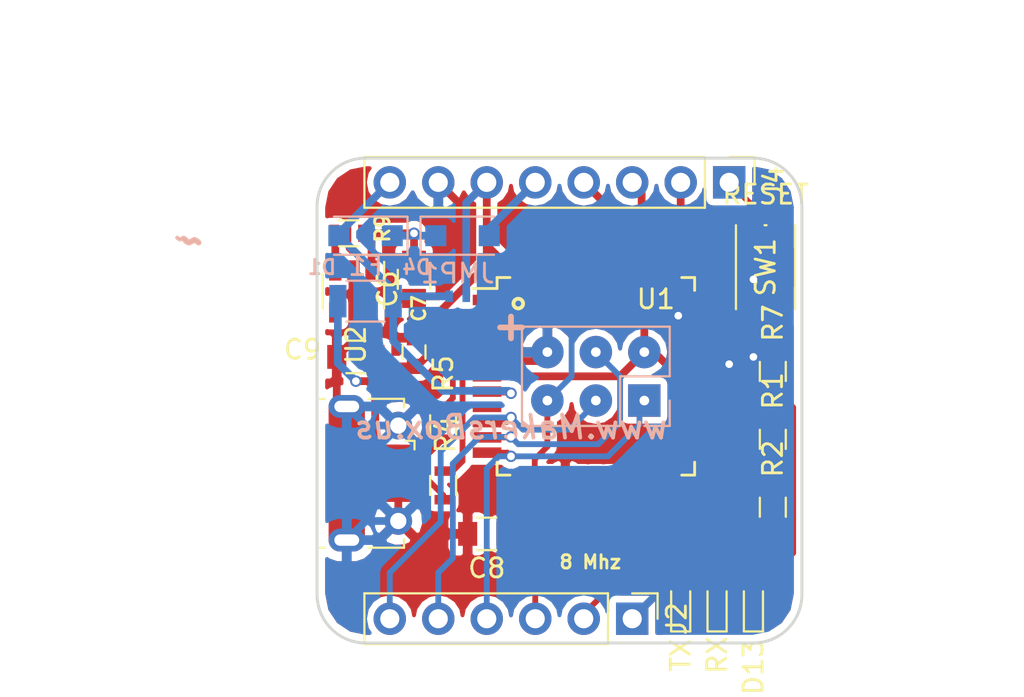
<source format=kicad_pcb>
(kicad_pcb (version 4) (host pcbnew 4.0.7)

  (general
    (links 77)
    (no_connects 4)
    (area 142.164999 86.284999 167.715001 111.835001)
    (thickness 1.6)
    (drawings 22)
    (tracks 222)
    (zones 0)
    (modules 25)
    (nets 47)
  )

  (page A)
  (layers
    (0 F.Cu signal)
    (31 B.Cu signal)
    (32 B.Adhes user)
    (33 F.Adhes user)
    (34 B.Paste user)
    (35 F.Paste user)
    (36 B.SilkS user hide)
    (37 F.SilkS user)
    (38 B.Mask user)
    (39 F.Mask user)
    (40 Dwgs.User user)
    (41 Cmts.User user)
    (42 Eco1.User user)
    (43 Eco2.User user)
    (44 Edge.Cuts user)
    (45 Margin user)
    (46 B.CrtYd user)
    (47 F.CrtYd user)
    (48 B.Fab user hide)
    (49 F.Fab user hide)
  )

  (setup
    (last_trace_width 0.3048)
    (user_trace_width 0.3048)
    (user_trace_width 0.4064)
    (user_trace_width 0.6096)
    (trace_clearance 0.2)
    (zone_clearance 0.35)
    (zone_45_only no)
    (trace_min 0.2)
    (segment_width 0.2)
    (edge_width 0.15)
    (via_size 0.6)
    (via_drill 0.4)
    (via_min_size 0.4)
    (via_min_drill 0.3)
    (uvia_size 0.3)
    (uvia_drill 0.1)
    (uvias_allowed no)
    (uvia_min_size 0.2)
    (uvia_min_drill 0.1)
    (pcb_text_width 0.3)
    (pcb_text_size 1.5 1.5)
    (mod_edge_width 0.15)
    (mod_text_size 1 1)
    (mod_text_width 0.15)
    (pad_size 1.7 1.7)
    (pad_drill 0.508)
    (pad_to_mask_clearance 0)
    (aux_axis_origin 0 0)
    (visible_elements 7FFEFFFF)
    (pcbplotparams
      (layerselection 0x00030_80000001)
      (usegerberextensions false)
      (excludeedgelayer true)
      (linewidth 0.100000)
      (plotframeref false)
      (viasonmask false)
      (mode 1)
      (useauxorigin false)
      (hpglpennumber 1)
      (hpglpenspeed 20)
      (hpglpendiameter 15)
      (hpglpenoverlay 2)
      (psnegative false)
      (psa4output false)
      (plotreference true)
      (plotvalue true)
      (plotinvisibletext false)
      (padsonsilk false)
      (subtractmaskfromsilk false)
      (outputformat 1)
      (mirror false)
      (drillshape 1)
      (scaleselection 1)
      (outputdirectory ""))
  )

  (net 0 "")
  (net 1 GND)
  (net 2 /AREF)
  (net 3 VBUS)
  (net 4 +BATT)
  (net 5 /D4)
  (net 6 /D6)
  (net 7 /D8)
  (net 8 /D13)
  (net 9 /D12)
  (net 10 /D11)
  (net 11 /D10)
  (net 12 /D9)
  (net 13 /D7)
  (net 14 /SCL)
  (net 15 /SDA)
  (net 16 /D1)
  (net 17 /D0)
  (net 18 /A0)
  (net 19 /A1)
  (net 20 /A2)
  (net 21 /A3)
  (net 22 /A4)
  (net 23 /A5)
  (net 24 /SCK)
  (net 25 /MOSI)
  (net 26 /MISO)
  (net 27 "Net-(R4-Pad2)")
  (net 28 "Net-(R5-Pad2)")
  (net 29 "Net-(R9-Pad1)")
  (net 30 "Net-(U1-Pad2)")
  (net 31 "Net-(U1-Pad16)")
  (net 32 "Net-(U1-Pad17)")
  (net 33 /D5)
  (net 34 "Net-(U2-Pad4)")
  (net 35 "Net-(X3-Pad4)")
  (net 36 /RXLED)
  (net 37 /TXLED)
  (net 38 "Net-(D3-Pad2)")
  (net 39 "Net-(D5-Pad2)")
  (net 40 /VHI)
  (net 41 /~RESET)
  (net 42 /D+)
  (net 43 /D-)
  (net 44 VCC)
  (net 45 "Net-(D13-Pad2)")
  (net 46 "Net-(F1-Pad2)")

  (net_class Default "This is the default net class."
    (clearance 0.2)
    (trace_width 0.25)
    (via_dia 0.6)
    (via_drill 0.4)
    (uvia_dia 0.3)
    (uvia_drill 0.1)
    (add_net +BATT)
    (add_net /A0)
    (add_net /A1)
    (add_net /A2)
    (add_net /A3)
    (add_net /A4)
    (add_net /A5)
    (add_net /AREF)
    (add_net /D+)
    (add_net /D-)
    (add_net /D0)
    (add_net /D1)
    (add_net /D10)
    (add_net /D11)
    (add_net /D12)
    (add_net /D13)
    (add_net /D4)
    (add_net /D5)
    (add_net /D6)
    (add_net /D7)
    (add_net /D8)
    (add_net /D9)
    (add_net /MISO)
    (add_net /MOSI)
    (add_net /RXLED)
    (add_net /SCK)
    (add_net /SCL)
    (add_net /SDA)
    (add_net /TXLED)
    (add_net /VHI)
    (add_net /~RESET)
    (add_net GND)
    (add_net "Net-(D13-Pad2)")
    (add_net "Net-(D3-Pad2)")
    (add_net "Net-(D5-Pad2)")
    (add_net "Net-(F1-Pad2)")
    (add_net "Net-(R4-Pad2)")
    (add_net "Net-(R5-Pad2)")
    (add_net "Net-(R9-Pad1)")
    (add_net "Net-(U1-Pad16)")
    (add_net "Net-(U1-Pad17)")
    (add_net "Net-(U1-Pad2)")
    (add_net "Net-(U2-Pad4)")
    (add_net "Net-(X3-Pad4)")
    (add_net VBUS)
    (add_net VCC)
  )

  (module Pin_Headers:Pin_Header_Straight_2x03_Pitch2.54mm (layer B.Cu) (tedit 5B6D9CA8) (tstamp 5B526668)
    (at 159.385 99.06 90)
    (descr "Through hole straight pin header, 2x03, 2.54mm pitch, double rows")
    (tags "Through hole pin header THT 2x03 2.54mm double row")
    (path /5B52901B)
    (fp_text reference CON1 (at 1.27 2.33 90) (layer B.SilkS) hide
      (effects (font (size 1 1) (thickness 0.15)) (justify mirror))
    )
    (fp_text value AVR-ISP-6 (at 1.27 -7.41 90) (layer B.Fab)
      (effects (font (size 1 1) (thickness 0.15)) (justify mirror))
    )
    (fp_line (start 0 1.27) (end 3.81 1.27) (layer B.Fab) (width 0.1))
    (fp_line (start 3.81 1.27) (end 3.81 -6.35) (layer B.Fab) (width 0.1))
    (fp_line (start 3.81 -6.35) (end -1.27 -6.35) (layer B.Fab) (width 0.1))
    (fp_line (start -1.27 -6.35) (end -1.27 0) (layer B.Fab) (width 0.1))
    (fp_line (start -1.27 0) (end 0 1.27) (layer B.Fab) (width 0.1))
    (fp_line (start -1.33 -6.41) (end 3.87 -6.41) (layer B.SilkS) (width 0.12))
    (fp_line (start -1.33 -1.27) (end -1.33 -6.41) (layer B.SilkS) (width 0.12))
    (fp_line (start 3.87 1.33) (end 3.87 -6.41) (layer B.SilkS) (width 0.12))
    (fp_line (start -1.33 -1.27) (end 1.27 -1.27) (layer B.SilkS) (width 0.12))
    (fp_line (start 1.27 -1.27) (end 1.27 1.33) (layer B.SilkS) (width 0.12))
    (fp_line (start 1.27 1.33) (end 3.87 1.33) (layer B.SilkS) (width 0.12))
    (fp_line (start -1.33 0) (end -1.33 1.33) (layer B.SilkS) (width 0.12))
    (fp_line (start -1.33 1.33) (end 0 1.33) (layer B.SilkS) (width 0.12))
    (fp_line (start -1.8 1.8) (end -1.8 -6.85) (layer B.CrtYd) (width 0.05))
    (fp_line (start -1.8 -6.85) (end 4.35 -6.85) (layer B.CrtYd) (width 0.05))
    (fp_line (start 4.35 -6.85) (end 4.35 1.8) (layer B.CrtYd) (width 0.05))
    (fp_line (start 4.35 1.8) (end -1.8 1.8) (layer B.CrtYd) (width 0.05))
    (fp_text user %R (at 1.27 -2.54 360) (layer B.Fab)
      (effects (font (size 1 1) (thickness 0.15)) (justify mirror))
    )
    (pad 1 thru_hole rect (at 0 0 90) (size 1.7 1.7) (drill 0.508) (layers *.Cu *.Mask)
      (net 26 /MISO))
    (pad 2 thru_hole oval (at 2.54 0 90) (size 1.7 1.7) (drill 0.508) (layers *.Cu B.Paste B.Mask)
      (net 44 VCC))
    (pad 3 thru_hole oval (at 0 -2.54 90) (size 1.7 1.7) (drill 0.508) (layers *.Cu *.Mask)
      (net 24 /SCK))
    (pad 4 thru_hole oval (at 2.54 -2.54 90) (size 1.7 1.7) (drill 0.508) (layers *.Cu *.Mask)
      (net 25 /MOSI))
    (pad 5 thru_hole oval (at 0 -5.08 90) (size 1.7 1.7) (drill 0.508) (layers *.Cu *.Mask)
      (net 41 /~RESET))
    (pad 6 thru_hole oval (at 2.54 -5.08 90) (size 1.7 1.7) (drill 0.508) (layers *.Cu B.Paste B.Mask)
      (net 1 GND))
  )

  (module Capacitors_SMD:C_0805 (layer F.Cu) (tedit 5B526FC7) (tstamp 5B3FF76D)
    (at 147.32 92.71 270)
    (descr "Capacitor SMD 0805, reflow soldering, AVX (see smccp.pdf)")
    (tags "capacitor 0805")
    (path /5B3FF285)
    (attr smd)
    (fp_text reference C6 (at 0.508 1.397 270) (layer F.SilkS)
      (effects (font (size 1 1) (thickness 0.15)))
    )
    (fp_text value 10uF (at 0 1.75 270) (layer F.Fab)
      (effects (font (size 1 1) (thickness 0.15)))
    )
    (fp_text user %R (at 2.54 0 270) (layer F.Fab)
      (effects (font (size 1 1) (thickness 0.15)))
    )
    (fp_line (start -1 0.62) (end -1 -0.62) (layer F.Fab) (width 0.1))
    (fp_line (start 1 0.62) (end -1 0.62) (layer F.Fab) (width 0.1))
    (fp_line (start 1 -0.62) (end 1 0.62) (layer F.Fab) (width 0.1))
    (fp_line (start -1 -0.62) (end 1 -0.62) (layer F.Fab) (width 0.1))
    (fp_line (start 0.5 -0.85) (end -0.5 -0.85) (layer F.SilkS) (width 0.12))
    (fp_line (start -0.5 0.85) (end 0.5 0.85) (layer F.SilkS) (width 0.12))
    (fp_line (start -1.75 -0.88) (end 1.75 -0.88) (layer F.CrtYd) (width 0.05))
    (fp_line (start -1.75 -0.88) (end -1.75 0.87) (layer F.CrtYd) (width 0.05))
    (fp_line (start 1.75 0.87) (end 1.75 -0.88) (layer F.CrtYd) (width 0.05))
    (fp_line (start 1.75 0.87) (end -1.75 0.87) (layer F.CrtYd) (width 0.05))
    (pad 1 smd rect (at -1 0 270) (size 1 1.25) (layers F.Cu F.Paste F.Mask)
      (net 40 /VHI))
    (pad 2 smd rect (at 1 0 270) (size 1 1.25) (layers F.Cu F.Paste F.Mask)
      (net 1 GND))
    (model Capacitors_SMD.3dshapes/C_0805.wrl
      (at (xyz 0 0 0))
      (scale (xyz 1 1 1))
      (rotate (xyz 0 0 0))
    )
  )

  (module Capacitors_SMD:C_0603 (layer F.Cu) (tedit 5B4133B4) (tstamp 5B3FF77E)
    (at 147.32 96.52 90)
    (descr "Capacitor SMD 0603, reflow soldering, AVX (see smccp.pdf)")
    (tags "capacitor 0603")
    (path /5B3FF331)
    (attr smd)
    (fp_text reference C7 (at 2.286 0.254 90) (layer F.SilkS)
      (effects (font (size 0.7 0.7) (thickness 0.15)))
    )
    (fp_text value 1uF (at 0 1.5 90) (layer F.Fab)
      (effects (font (size 1 1) (thickness 0.15)))
    )
    (fp_line (start 1.4 0.65) (end -1.4 0.65) (layer F.CrtYd) (width 0.05))
    (fp_line (start 1.4 0.65) (end 1.4 -0.65) (layer F.CrtYd) (width 0.05))
    (fp_line (start -1.4 -0.65) (end -1.4 0.65) (layer F.CrtYd) (width 0.05))
    (fp_line (start -1.4 -0.65) (end 1.4 -0.65) (layer F.CrtYd) (width 0.05))
    (fp_line (start 0.35 0.6) (end -0.35 0.6) (layer F.SilkS) (width 0.12))
    (fp_line (start -0.35 -0.6) (end 0.35 -0.6) (layer F.SilkS) (width 0.12))
    (fp_line (start -0.8 -0.4) (end 0.8 -0.4) (layer F.Fab) (width 0.1))
    (fp_line (start 0.8 -0.4) (end 0.8 0.4) (layer F.Fab) (width 0.1))
    (fp_line (start 0.8 0.4) (end -0.8 0.4) (layer F.Fab) (width 0.1))
    (fp_line (start -0.8 0.4) (end -0.8 -0.4) (layer F.Fab) (width 0.1))
    (fp_text user %R (at 0 0 90) (layer F.Fab)
      (effects (font (size 0.3 0.3) (thickness 0.075)))
    )
    (pad 2 smd rect (at 0.75 0 90) (size 0.8 0.75) (layers F.Cu F.Paste F.Mask)
      (net 1 GND))
    (pad 1 smd rect (at -0.75 0 90) (size 0.8 0.75) (layers F.Cu F.Paste F.Mask)
      (net 44 VCC))
    (model Capacitors_SMD.3dshapes/C_0603.wrl
      (at (xyz 0 0 0))
      (scale (xyz 1 1 1))
      (rotate (xyz 0 0 0))
    )
  )

  (module Capacitors_SMD:C_0805 (layer F.Cu) (tedit 5B412877) (tstamp 5B3FF78F)
    (at 151.13 106.045 180)
    (descr "Capacitor SMD 0805, reflow soldering, AVX (see smccp.pdf)")
    (tags "capacitor 0805")
    (path /5B3FF2D3)
    (attr smd)
    (fp_text reference C8 (at 0 -1.796051 180) (layer F.SilkS)
      (effects (font (size 1 1) (thickness 0.15)))
    )
    (fp_text value 10uF (at 0 1.75 180) (layer F.Fab)
      (effects (font (size 1 1) (thickness 0.15)))
    )
    (fp_text user %R (at 0 -1.5 180) (layer F.Fab)
      (effects (font (size 1 1) (thickness 0.15)))
    )
    (fp_line (start -1 0.62) (end -1 -0.62) (layer F.Fab) (width 0.1))
    (fp_line (start 1 0.62) (end -1 0.62) (layer F.Fab) (width 0.1))
    (fp_line (start 1 -0.62) (end 1 0.62) (layer F.Fab) (width 0.1))
    (fp_line (start -1 -0.62) (end 1 -0.62) (layer F.Fab) (width 0.1))
    (fp_line (start 0.5 -0.85) (end -0.5 -0.85) (layer F.SilkS) (width 0.12))
    (fp_line (start -0.5 0.85) (end 0.5 0.85) (layer F.SilkS) (width 0.12))
    (fp_line (start -1.75 -0.88) (end 1.75 -0.88) (layer F.CrtYd) (width 0.05))
    (fp_line (start -1.75 -0.88) (end -1.75 0.87) (layer F.CrtYd) (width 0.05))
    (fp_line (start 1.75 0.87) (end 1.75 -0.88) (layer F.CrtYd) (width 0.05))
    (fp_line (start 1.75 0.87) (end -1.75 0.87) (layer F.CrtYd) (width 0.05))
    (pad 1 smd rect (at -1 0 180) (size 1 1.25) (layers F.Cu F.Paste F.Mask)
      (net 44 VCC))
    (pad 2 smd rect (at 1 0 180) (size 1 1.25) (layers F.Cu F.Paste F.Mask)
      (net 1 GND))
    (model Capacitors_SMD.3dshapes/C_0805.wrl
      (at (xyz 0 0 0))
      (scale (xyz 1 1 1))
      (rotate (xyz 0 0 0))
    )
  )

  (module Capacitors_SMD:C_0805 (layer F.Cu) (tedit 5B4133A3) (tstamp 5B3FF7A0)
    (at 144.272 96.774 180)
    (descr "Capacitor SMD 0805, reflow soldering, AVX (see smccp.pdf)")
    (tags "capacitor 0805")
    (path /5B3FDF75)
    (attr smd)
    (fp_text reference C9 (at 2.794 0.381 180) (layer F.SilkS)
      (effects (font (size 1 1) (thickness 0.15)))
    )
    (fp_text value 10uF (at 0 1.75 180) (layer F.Fab)
      (effects (font (size 1 1) (thickness 0.15)))
    )
    (fp_text user %R (at 2.54 0 180) (layer F.Fab)
      (effects (font (size 1 1) (thickness 0.15)))
    )
    (fp_line (start -1 0.62) (end -1 -0.62) (layer F.Fab) (width 0.1))
    (fp_line (start 1 0.62) (end -1 0.62) (layer F.Fab) (width 0.1))
    (fp_line (start 1 -0.62) (end 1 0.62) (layer F.Fab) (width 0.1))
    (fp_line (start -1 -0.62) (end 1 -0.62) (layer F.Fab) (width 0.1))
    (fp_line (start 0.5 -0.85) (end -0.5 -0.85) (layer F.SilkS) (width 0.12))
    (fp_line (start -0.5 0.85) (end 0.5 0.85) (layer F.SilkS) (width 0.12))
    (fp_line (start -1.75 -0.88) (end 1.75 -0.88) (layer F.CrtYd) (width 0.05))
    (fp_line (start -1.75 -0.88) (end -1.75 0.87) (layer F.CrtYd) (width 0.05))
    (fp_line (start 1.75 0.87) (end 1.75 -0.88) (layer F.CrtYd) (width 0.05))
    (fp_line (start 1.75 0.87) (end -1.75 0.87) (layer F.CrtYd) (width 0.05))
    (pad 1 smd rect (at -1 0 180) (size 1 1.25) (layers F.Cu F.Paste F.Mask)
      (net 44 VCC))
    (pad 2 smd rect (at 1 0 180) (size 1 1.25) (layers F.Cu F.Paste F.Mask)
      (net 1 GND))
    (model Capacitors_SMD.3dshapes/C_0805.wrl
      (at (xyz 0 0 0))
      (scale (xyz 1 1 1))
      (rotate (xyz 0 0 0))
    )
  )

  (module Diodes_SMD:D_SOD-123F (layer B.Cu) (tedit 5B526FBF) (tstamp 5B3FF7CA)
    (at 144.78 90.424 180)
    (descr D_SOD-123F)
    (tags D_SOD-123F)
    (path /5B3FF7CC)
    (attr smd)
    (fp_text reference D1 (at 2.286 -1.651 180) (layer B.SilkS)
      (effects (font (size 0.75 0.75) (thickness 0.15)) (justify mirror))
    )
    (fp_text value MBR120 (at 0 -2.1 180) (layer B.Fab)
      (effects (font (size 1 1) (thickness 0.15)) (justify mirror))
    )
    (fp_text user %R (at 2.921 0.127 180) (layer B.Fab)
      (effects (font (size 1 1) (thickness 0.15)) (justify mirror))
    )
    (fp_line (start -2.2 1) (end -2.2 -1) (layer B.SilkS) (width 0.12))
    (fp_line (start 0.25 0) (end 0.75 0) (layer B.Fab) (width 0.1))
    (fp_line (start 0.25 -0.4) (end -0.35 0) (layer B.Fab) (width 0.1))
    (fp_line (start 0.25 0.4) (end 0.25 -0.4) (layer B.Fab) (width 0.1))
    (fp_line (start -0.35 0) (end 0.25 0.4) (layer B.Fab) (width 0.1))
    (fp_line (start -0.35 0) (end -0.35 -0.55) (layer B.Fab) (width 0.1))
    (fp_line (start -0.35 0) (end -0.35 0.55) (layer B.Fab) (width 0.1))
    (fp_line (start -0.75 0) (end -0.35 0) (layer B.Fab) (width 0.1))
    (fp_line (start -1.4 -0.9) (end -1.4 0.9) (layer B.Fab) (width 0.1))
    (fp_line (start 1.4 -0.9) (end -1.4 -0.9) (layer B.Fab) (width 0.1))
    (fp_line (start 1.4 0.9) (end 1.4 -0.9) (layer B.Fab) (width 0.1))
    (fp_line (start -1.4 0.9) (end 1.4 0.9) (layer B.Fab) (width 0.1))
    (fp_line (start -2.2 1.15) (end 2.2 1.15) (layer B.CrtYd) (width 0.05))
    (fp_line (start 2.2 1.15) (end 2.2 -1.15) (layer B.CrtYd) (width 0.05))
    (fp_line (start 2.2 -1.15) (end -2.2 -1.15) (layer B.CrtYd) (width 0.05))
    (fp_line (start -2.2 1.15) (end -2.2 -1.15) (layer B.CrtYd) (width 0.05))
    (fp_line (start -2.2 -1) (end 1.65 -1) (layer B.SilkS) (width 0.12))
    (fp_line (start -2.2 1) (end 1.65 1) (layer B.SilkS) (width 0.12))
    (pad 1 smd rect (at -1.4 0 180) (size 1.1 1.1) (layers B.Cu B.Paste B.Mask)
      (net 40 /VHI))
    (pad 2 smd rect (at 1.4 0 180) (size 1.1 1.1) (layers B.Cu B.Paste B.Mask)
      (net 3 VBUS))
    (model ${KISYS3DMOD}/Diodes_SMD.3dshapes/D_SOD-123F.wrl
      (at (xyz 0 0 0))
      (scale (xyz 1 1 1))
      (rotate (xyz 0 0 0))
    )
  )

  (module LEDs:LED_0603 (layer F.Cu) (tedit 5B6D1FB9) (tstamp 5B3FF7D0)
    (at 165.1 109.855 90)
    (descr "LED 0603 smd package")
    (tags "LED led 0603 SMD smd SMT smt smdled SMDLED smtled SMTLED")
    (path /5B40657A)
    (attr smd)
    (fp_text reference D13 (at 0 -1.25 90) (layer F.SilkS) hide
      (effects (font (size 1 1) (thickness 0.15)))
    )
    (fp_text value D13 (at -3.175 0 90) (layer F.SilkS)
      (effects (font (size 1 1) (thickness 0.15)))
    )
    (fp_line (start -1.3 -0.5) (end -1.3 0.5) (layer F.SilkS) (width 0.12))
    (fp_line (start -0.2 -0.2) (end -0.2 0.2) (layer F.Fab) (width 0.1))
    (fp_line (start -0.15 0) (end 0.15 -0.2) (layer F.Fab) (width 0.1))
    (fp_line (start 0.15 0.2) (end -0.15 0) (layer F.Fab) (width 0.1))
    (fp_line (start 0.15 -0.2) (end 0.15 0.2) (layer F.Fab) (width 0.1))
    (fp_line (start 0.8 0.4) (end -0.8 0.4) (layer F.Fab) (width 0.1))
    (fp_line (start 0.8 -0.4) (end 0.8 0.4) (layer F.Fab) (width 0.1))
    (fp_line (start -0.8 -0.4) (end 0.8 -0.4) (layer F.Fab) (width 0.1))
    (fp_line (start -0.8 0.4) (end -0.8 -0.4) (layer F.Fab) (width 0.1))
    (fp_line (start -1.3 0.5) (end 0.8 0.5) (layer F.SilkS) (width 0.12))
    (fp_line (start -1.3 -0.5) (end 0.8 -0.5) (layer F.SilkS) (width 0.12))
    (fp_line (start 1.45 -0.65) (end 1.45 0.65) (layer F.CrtYd) (width 0.05))
    (fp_line (start 1.45 0.65) (end -1.45 0.65) (layer F.CrtYd) (width 0.05))
    (fp_line (start -1.45 0.65) (end -1.45 -0.65) (layer F.CrtYd) (width 0.05))
    (fp_line (start -1.45 -0.65) (end 1.45 -0.65) (layer F.CrtYd) (width 0.05))
    (pad 2 smd rect (at 0.8 0 270) (size 0.8 0.8) (layers F.Cu F.Paste F.Mask)
      (net 45 "Net-(D13-Pad2)"))
    (pad 1 smd rect (at -0.8 0 270) (size 0.8 0.8) (layers F.Cu F.Paste F.Mask)
      (net 1 GND))
    (model ${KISYS3DMOD}/LEDs.3dshapes/LED_0603.wrl
      (at (xyz 0 0 0))
      (scale (xyz 1 1 1))
      (rotate (xyz 0 0 180))
    )
  )

  (module Diodes_SMD:D_SOD-123F (layer B.Cu) (tedit 5B526FC2) (tstamp 5B3FF7E9)
    (at 149.86 90.424)
    (descr D_SOD-123F)
    (tags D_SOD-123F)
    (path /5B3FF83D)
    (attr smd)
    (fp_text reference D4 (at -2.413 1.651) (layer B.SilkS)
      (effects (font (size 0.75 0.75) (thickness 0.15)) (justify mirror))
    )
    (fp_text value MBR120 (at 0 -2.1) (layer B.Fab)
      (effects (font (size 1 1) (thickness 0.15)) (justify mirror))
    )
    (fp_text user %R (at -0.127 1.905) (layer B.Fab)
      (effects (font (size 1 1) (thickness 0.15)) (justify mirror))
    )
    (fp_line (start -2.2 1) (end -2.2 -1) (layer B.SilkS) (width 0.12))
    (fp_line (start 0.25 0) (end 0.75 0) (layer B.Fab) (width 0.1))
    (fp_line (start 0.25 -0.4) (end -0.35 0) (layer B.Fab) (width 0.1))
    (fp_line (start 0.25 0.4) (end 0.25 -0.4) (layer B.Fab) (width 0.1))
    (fp_line (start -0.35 0) (end 0.25 0.4) (layer B.Fab) (width 0.1))
    (fp_line (start -0.35 0) (end -0.35 -0.55) (layer B.Fab) (width 0.1))
    (fp_line (start -0.35 0) (end -0.35 0.55) (layer B.Fab) (width 0.1))
    (fp_line (start -0.75 0) (end -0.35 0) (layer B.Fab) (width 0.1))
    (fp_line (start -1.4 -0.9) (end -1.4 0.9) (layer B.Fab) (width 0.1))
    (fp_line (start 1.4 -0.9) (end -1.4 -0.9) (layer B.Fab) (width 0.1))
    (fp_line (start 1.4 0.9) (end 1.4 -0.9) (layer B.Fab) (width 0.1))
    (fp_line (start -1.4 0.9) (end 1.4 0.9) (layer B.Fab) (width 0.1))
    (fp_line (start -2.2 1.15) (end 2.2 1.15) (layer B.CrtYd) (width 0.05))
    (fp_line (start 2.2 1.15) (end 2.2 -1.15) (layer B.CrtYd) (width 0.05))
    (fp_line (start 2.2 -1.15) (end -2.2 -1.15) (layer B.CrtYd) (width 0.05))
    (fp_line (start -2.2 1.15) (end -2.2 -1.15) (layer B.CrtYd) (width 0.05))
    (fp_line (start -2.2 -1) (end 1.65 -1) (layer B.SilkS) (width 0.12))
    (fp_line (start -2.2 1) (end 1.65 1) (layer B.SilkS) (width 0.12))
    (pad 1 smd rect (at -1.4 0) (size 1.1 1.1) (layers B.Cu B.Paste B.Mask)
      (net 40 /VHI))
    (pad 2 smd rect (at 1.4 0) (size 1.1 1.1) (layers B.Cu B.Paste B.Mask)
      (net 4 +BATT))
    (model ${KISYS3DMOD}/Diodes_SMD.3dshapes/D_SOD-123F.wrl
      (at (xyz 0 0 0))
      (scale (xyz 1 1 1))
      (rotate (xyz 0 0 0))
    )
  )

  (module Resistors_SMD:R_0603 (layer F.Cu) (tedit 5B411764) (tstamp 5B3FF827)
    (at 148.844 103.505 270)
    (descr "Resistor SMD 0603, reflow soldering, Vishay (see dcrcw.pdf)")
    (tags "resistor 0603")
    (path /5B3FE405)
    (attr smd)
    (fp_text reference R4 (at -2.667 -0.127 270) (layer F.SilkS)
      (effects (font (size 1 1) (thickness 0.15)))
    )
    (fp_text value 22 (at 0 1.5 270) (layer F.Fab)
      (effects (font (size 1 1) (thickness 0.15)))
    )
    (fp_text user %R (at 0 0 270) (layer F.Fab)
      (effects (font (size 0.4 0.4) (thickness 0.075)))
    )
    (fp_line (start -0.8 0.4) (end -0.8 -0.4) (layer F.Fab) (width 0.1))
    (fp_line (start 0.8 0.4) (end -0.8 0.4) (layer F.Fab) (width 0.1))
    (fp_line (start 0.8 -0.4) (end 0.8 0.4) (layer F.Fab) (width 0.1))
    (fp_line (start -0.8 -0.4) (end 0.8 -0.4) (layer F.Fab) (width 0.1))
    (fp_line (start 0.5 0.68) (end -0.5 0.68) (layer F.SilkS) (width 0.12))
    (fp_line (start -0.5 -0.68) (end 0.5 -0.68) (layer F.SilkS) (width 0.12))
    (fp_line (start -1.25 -0.7) (end 1.25 -0.7) (layer F.CrtYd) (width 0.05))
    (fp_line (start -1.25 -0.7) (end -1.25 0.7) (layer F.CrtYd) (width 0.05))
    (fp_line (start 1.25 0.7) (end 1.25 -0.7) (layer F.CrtYd) (width 0.05))
    (fp_line (start 1.25 0.7) (end -1.25 0.7) (layer F.CrtYd) (width 0.05))
    (pad 1 smd rect (at -0.75 0 270) (size 0.5 0.9) (layers F.Cu F.Paste F.Mask)
      (net 42 /D+))
    (pad 2 smd rect (at 0.75 0 270) (size 0.5 0.9) (layers F.Cu F.Paste F.Mask)
      (net 27 "Net-(R4-Pad2)"))
    (model ${KISYS3DMOD}/Resistors_SMD.3dshapes/R_0603.wrl
      (at (xyz 0 0 0))
      (scale (xyz 1 1 1))
      (rotate (xyz 0 0 0))
    )
  )

  (module Resistors_SMD:R_0603 (layer F.Cu) (tedit 5B4118F7) (tstamp 5B3FF838)
    (at 148.844 100.33 270)
    (descr "Resistor SMD 0603, reflow soldering, Vishay (see dcrcw.pdf)")
    (tags "resistor 0603")
    (path /5B3FE482)
    (attr smd)
    (fp_text reference R5 (at -2.667 0 270) (layer F.SilkS)
      (effects (font (size 1 1) (thickness 0.15)))
    )
    (fp_text value 22 (at 0 1.5 270) (layer F.Fab)
      (effects (font (size 1 1) (thickness 0.15)))
    )
    (fp_text user %R (at 0 0 270) (layer F.Fab)
      (effects (font (size 0.4 0.4) (thickness 0.075)))
    )
    (fp_line (start -0.8 0.4) (end -0.8 -0.4) (layer F.Fab) (width 0.1))
    (fp_line (start 0.8 0.4) (end -0.8 0.4) (layer F.Fab) (width 0.1))
    (fp_line (start 0.8 -0.4) (end 0.8 0.4) (layer F.Fab) (width 0.1))
    (fp_line (start -0.8 -0.4) (end 0.8 -0.4) (layer F.Fab) (width 0.1))
    (fp_line (start 0.5 0.68) (end -0.5 0.68) (layer F.SilkS) (width 0.12))
    (fp_line (start -0.5 -0.68) (end 0.5 -0.68) (layer F.SilkS) (width 0.12))
    (fp_line (start -1.25 -0.7) (end 1.25 -0.7) (layer F.CrtYd) (width 0.05))
    (fp_line (start -1.25 -0.7) (end -1.25 0.7) (layer F.CrtYd) (width 0.05))
    (fp_line (start 1.25 0.7) (end 1.25 -0.7) (layer F.CrtYd) (width 0.05))
    (fp_line (start 1.25 0.7) (end -1.25 0.7) (layer F.CrtYd) (width 0.05))
    (pad 1 smd rect (at -0.75 0 270) (size 0.5 0.9) (layers F.Cu F.Paste F.Mask)
      (net 43 /D-))
    (pad 2 smd rect (at 0.75 0 270) (size 0.5 0.9) (layers F.Cu F.Paste F.Mask)
      (net 28 "Net-(R5-Pad2)"))
    (model ${KISYS3DMOD}/Resistors_SMD.3dshapes/R_0603.wrl
      (at (xyz 0 0 0))
      (scale (xyz 1 1 1))
      (rotate (xyz 0 0 0))
    )
  )

  (module Resistors_SMD:R_0603 (layer F.Cu) (tedit 5B411754) (tstamp 5B3FF849)
    (at 166.116 97.536 90)
    (descr "Resistor SMD 0603, reflow soldering, Vishay (see dcrcw.pdf)")
    (tags "resistor 0603")
    (path /5B406515)
    (attr smd)
    (fp_text reference R7 (at 2.54 0 90) (layer F.SilkS)
      (effects (font (size 1 1) (thickness 0.15)))
    )
    (fp_text value 180 (at 0 1.5 90) (layer F.Fab)
      (effects (font (size 1 1) (thickness 0.15)))
    )
    (fp_text user %R (at 0 0 90) (layer F.Fab)
      (effects (font (size 0.4 0.4) (thickness 0.075)))
    )
    (fp_line (start -0.8 0.4) (end -0.8 -0.4) (layer F.Fab) (width 0.1))
    (fp_line (start 0.8 0.4) (end -0.8 0.4) (layer F.Fab) (width 0.1))
    (fp_line (start 0.8 -0.4) (end 0.8 0.4) (layer F.Fab) (width 0.1))
    (fp_line (start -0.8 -0.4) (end 0.8 -0.4) (layer F.Fab) (width 0.1))
    (fp_line (start 0.5 0.68) (end -0.5 0.68) (layer F.SilkS) (width 0.12))
    (fp_line (start -0.5 -0.68) (end 0.5 -0.68) (layer F.SilkS) (width 0.12))
    (fp_line (start -1.25 -0.7) (end 1.25 -0.7) (layer F.CrtYd) (width 0.05))
    (fp_line (start -1.25 -0.7) (end -1.25 0.7) (layer F.CrtYd) (width 0.05))
    (fp_line (start 1.25 0.7) (end 1.25 -0.7) (layer F.CrtYd) (width 0.05))
    (fp_line (start 1.25 0.7) (end -1.25 0.7) (layer F.CrtYd) (width 0.05))
    (pad 1 smd rect (at -0.75 0 90) (size 0.5 0.9) (layers F.Cu F.Paste F.Mask)
      (net 45 "Net-(D13-Pad2)"))
    (pad 2 smd rect (at 0.75 0 90) (size 0.5 0.9) (layers F.Cu F.Paste F.Mask)
      (net 8 /D13))
    (model ${KISYS3DMOD}/Resistors_SMD.3dshapes/R_0603.wrl
      (at (xyz 0 0 0))
      (scale (xyz 1 1 1))
      (rotate (xyz 0 0 0))
    )
  )

  (module Resistors_SMD:R_0603 (layer F.Cu) (tedit 5B526FBA) (tstamp 5B3FF85A)
    (at 143.891 90.297)
    (descr "Resistor SMD 0603, reflow soldering, Vishay (see dcrcw.pdf)")
    (tags "resistor 0603")
    (path /5B3FF1C8)
    (attr smd)
    (fp_text reference R9 (at 1.778 -0.254 90) (layer F.SilkS)
      (effects (font (size 0.75 0.75) (thickness 0.15)))
    )
    (fp_text value 100K (at 0 1.5) (layer F.Fab)
      (effects (font (size 1 1) (thickness 0.15)))
    )
    (fp_text user %R (at 0 0) (layer F.Fab)
      (effects (font (size 0.4 0.4) (thickness 0.075)))
    )
    (fp_line (start -0.8 0.4) (end -0.8 -0.4) (layer F.Fab) (width 0.1))
    (fp_line (start 0.8 0.4) (end -0.8 0.4) (layer F.Fab) (width 0.1))
    (fp_line (start 0.8 -0.4) (end 0.8 0.4) (layer F.Fab) (width 0.1))
    (fp_line (start -0.8 -0.4) (end 0.8 -0.4) (layer F.Fab) (width 0.1))
    (fp_line (start 0.5 0.68) (end -0.5 0.68) (layer F.SilkS) (width 0.12))
    (fp_line (start -0.5 -0.68) (end 0.5 -0.68) (layer F.SilkS) (width 0.12))
    (fp_line (start -1.25 -0.7) (end 1.25 -0.7) (layer F.CrtYd) (width 0.05))
    (fp_line (start -1.25 -0.7) (end -1.25 0.7) (layer F.CrtYd) (width 0.05))
    (fp_line (start 1.25 0.7) (end 1.25 -0.7) (layer F.CrtYd) (width 0.05))
    (fp_line (start 1.25 0.7) (end -1.25 0.7) (layer F.CrtYd) (width 0.05))
    (pad 1 smd rect (at -0.75 0) (size 0.5 0.9) (layers F.Cu F.Paste F.Mask)
      (net 29 "Net-(R9-Pad1)"))
    (pad 2 smd rect (at 0.75 0) (size 0.5 0.9) (layers F.Cu F.Paste F.Mask)
      (net 40 /VHI))
    (model ${KISYS3DMOD}/Resistors_SMD.3dshapes/R_0603.wrl
      (at (xyz 0 0 0))
      (scale (xyz 1 1 1))
      (rotate (xyz 0 0 0))
    )
  )

  (module Buttons_Switches_SMD:SW_SPST_KMR2 (layer F.Cu) (tedit 5B412CE4) (tstamp 5B3FF870)
    (at 165.735 92.075 270)
    (descr "CK components KMR2 tactile switch http://www.ckswitches.com/media/1479/kmr2.pdf")
    (tags "tactile switch kmr2")
    (path /5B4008ED)
    (attr smd)
    (fp_text reference SW1 (at 0 0 270) (layer F.SilkS)
      (effects (font (size 1 1) (thickness 0.15)))
    )
    (fp_text value RESET (at -3.81 0 540) (layer F.SilkS)
      (effects (font (size 1 1) (thickness 0.15)))
    )
    (fp_text user %R (at 0 -2.45 270) (layer F.Fab)
      (effects (font (size 1 1) (thickness 0.15)))
    )
    (fp_line (start -2.1 -1.4) (end 2.1 -1.4) (layer F.Fab) (width 0.1))
    (fp_line (start 2.1 -1.4) (end 2.1 1.4) (layer F.Fab) (width 0.1))
    (fp_line (start 2.1 1.4) (end -2.1 1.4) (layer F.Fab) (width 0.1))
    (fp_line (start -2.1 1.4) (end -2.1 -1.4) (layer F.Fab) (width 0.1))
    (fp_line (start 2.2 0.05) (end 2.2 -0.05) (layer F.SilkS) (width 0.12))
    (fp_line (start -2.8 -1.8) (end 2.8 -1.8) (layer F.CrtYd) (width 0.05))
    (fp_line (start 2.8 -1.8) (end 2.8 1.8) (layer F.CrtYd) (width 0.05))
    (fp_line (start 2.8 1.8) (end -2.8 1.8) (layer F.CrtYd) (width 0.05))
    (fp_line (start -2.8 1.8) (end -2.8 -1.8) (layer F.CrtYd) (width 0.05))
    (fp_circle (center 0 0) (end 0 0.8) (layer F.Fab) (width 0.1))
    (fp_line (start -2.2 1.55) (end 2.2 1.55) (layer F.SilkS) (width 0.12))
    (fp_line (start 2.2 -1.55) (end -2.2 -1.55) (layer F.SilkS) (width 0.12))
    (fp_line (start -2.2 0.05) (end -2.2 -0.05) (layer F.SilkS) (width 0.12))
    (pad 1 smd rect (at -2.05 -0.8 270) (size 0.9 1) (layers F.Cu F.Paste F.Mask)
      (net 1 GND))
    (pad 2 smd rect (at -2.05 0.8 270) (size 0.9 1) (layers F.Cu F.Paste F.Mask)
      (net 41 /~RESET))
    (pad 1 smd rect (at 2.05 -0.8 270) (size 0.9 1) (layers F.Cu F.Paste F.Mask)
      (net 1 GND))
    (pad 2 smd rect (at 2.05 0.8 270) (size 0.9 1) (layers F.Cu F.Paste F.Mask)
      (net 41 /~RESET))
    (model ${KISYS3DMOD}/Buttons_Switches_SMD.3dshapes/SW_SPST_KMR2.wrl
      (at (xyz 0 0 0))
      (scale (xyz 1 1 1))
      (rotate (xyz 0 0 0))
    )
    (model "C:/Users/Maker's Box/Downloads/3d_switch (1)/walter/switch/smd_push2.wrl"
      (at (xyz 0 0 0))
      (scale (xyz 1 1 1))
      (rotate (xyz 0 0 0))
    )
  )

  (module Housings_QFP:TQFP-44_10x10mm_Pitch0.8mm (layer F.Cu) (tedit 5B411F0D) (tstamp 5B3FF8A0)
    (at 156.845 97.79)
    (descr "44-Lead Plastic Thin Quad Flatpack (PT) - 10x10x1.0 mm Body [TQFP] (see Microchip Packaging Specification 00000049BS.pdf)")
    (tags "QFP 0.8")
    (path /5B3FD92A)
    (attr smd)
    (fp_text reference U1 (at 3.14309 -4.041115) (layer F.SilkS)
      (effects (font (size 1 1) (thickness 0.15)))
    )
    (fp_text value ATMEGA32U4-AU (at 0 3.951313) (layer F.Fab)
      (effects (font (size 1 1) (thickness 0.15)))
    )
    (fp_text user %R (at 0 0) (layer F.Fab)
      (effects (font (size 1 1) (thickness 0.15)))
    )
    (fp_line (start -4 -5) (end 5 -5) (layer F.Fab) (width 0.15))
    (fp_line (start 5 -5) (end 5 5) (layer F.Fab) (width 0.15))
    (fp_line (start 5 5) (end -5 5) (layer F.Fab) (width 0.15))
    (fp_line (start -5 5) (end -5 -4) (layer F.Fab) (width 0.15))
    (fp_line (start -5 -4) (end -4 -5) (layer F.Fab) (width 0.15))
    (fp_line (start -6.7 -6.7) (end -6.7 6.7) (layer F.CrtYd) (width 0.05))
    (fp_line (start 6.7 -6.7) (end 6.7 6.7) (layer F.CrtYd) (width 0.05))
    (fp_line (start -6.7 -6.7) (end 6.7 -6.7) (layer F.CrtYd) (width 0.05))
    (fp_line (start -6.7 6.7) (end 6.7 6.7) (layer F.CrtYd) (width 0.05))
    (fp_line (start -5.175 -5.175) (end -5.175 -4.6) (layer F.SilkS) (width 0.15))
    (fp_line (start 5.175 -5.175) (end 5.175 -4.5) (layer F.SilkS) (width 0.15))
    (fp_line (start 5.175 5.175) (end 5.175 4.5) (layer F.SilkS) (width 0.15))
    (fp_line (start -5.175 5.175) (end -5.175 4.5) (layer F.SilkS) (width 0.15))
    (fp_line (start -5.175 -5.175) (end -4.5 -5.175) (layer F.SilkS) (width 0.15))
    (fp_line (start -5.175 5.175) (end -4.5 5.175) (layer F.SilkS) (width 0.15))
    (fp_line (start 5.175 5.175) (end 4.5 5.175) (layer F.SilkS) (width 0.15))
    (fp_line (start 5.175 -5.175) (end 4.5 -5.175) (layer F.SilkS) (width 0.15))
    (fp_line (start -5.175 -4.6) (end -6.45 -4.6) (layer F.SilkS) (width 0.15))
    (pad 1 smd rect (at -5.7 -4) (size 1.5 0.55) (layers F.Cu F.Paste F.Mask)
      (net 13 /D7))
    (pad 2 smd rect (at -5.7 -3.2) (size 1.5 0.55) (layers F.Cu F.Paste F.Mask)
      (net 30 "Net-(U1-Pad2)"))
    (pad 3 smd rect (at -5.7 -2.4) (size 1.5 0.55) (layers F.Cu F.Paste F.Mask)
      (net 43 /D-))
    (pad 4 smd rect (at -5.7 -1.6) (size 1.5 0.55) (layers F.Cu F.Paste F.Mask)
      (net 42 /D+))
    (pad 5 smd rect (at -5.7 -0.8) (size 1.5 0.55) (layers F.Cu F.Paste F.Mask)
      (net 1 GND))
    (pad 6 smd rect (at -5.7 0) (size 1.5 0.55) (layers F.Cu F.Paste F.Mask)
      (net 44 VCC))
    (pad 7 smd rect (at -5.7 0.8) (size 1.5 0.55) (layers F.Cu F.Paste F.Mask)
      (net 3 VBUS))
    (pad 8 smd rect (at -5.7 1.6) (size 1.5 0.55) (layers F.Cu F.Paste F.Mask)
      (net 36 /RXLED))
    (pad 9 smd rect (at -5.7 2.4) (size 1.5 0.55) (layers F.Cu F.Paste F.Mask)
      (net 24 /SCK))
    (pad 10 smd rect (at -5.7 3.2) (size 1.5 0.55) (layers F.Cu F.Paste F.Mask)
      (net 25 /MOSI))
    (pad 11 smd rect (at -5.7 4) (size 1.5 0.55) (layers F.Cu F.Paste F.Mask)
      (net 26 /MISO))
    (pad 12 smd rect (at -4 5.7 90) (size 1.5 0.55) (layers F.Cu F.Paste F.Mask)
      (net 10 /D11))
    (pad 13 smd rect (at -3.2 5.7 90) (size 1.5 0.55) (layers F.Cu F.Paste F.Mask)
      (net 41 /~RESET))
    (pad 14 smd rect (at -2.4 5.7 90) (size 1.5 0.55) (layers F.Cu F.Paste F.Mask)
      (net 44 VCC))
    (pad 15 smd rect (at -1.6 5.7 90) (size 1.5 0.55) (layers F.Cu F.Paste F.Mask)
      (net 1 GND))
    (pad 16 smd rect (at -0.8 5.7 90) (size 1.5 0.55) (layers F.Cu F.Paste F.Mask)
      (net 31 "Net-(U1-Pad16)"))
    (pad 17 smd rect (at 0 5.7 90) (size 1.5 0.55) (layers F.Cu F.Paste F.Mask)
      (net 32 "Net-(U1-Pad17)"))
    (pad 18 smd rect (at 0.8 5.7 90) (size 1.5 0.55) (layers F.Cu F.Paste F.Mask)
      (net 14 /SCL))
    (pad 19 smd rect (at 1.6 5.7 90) (size 1.5 0.55) (layers F.Cu F.Paste F.Mask)
      (net 15 /SDA))
    (pad 20 smd rect (at 2.4 5.7 90) (size 1.5 0.55) (layers F.Cu F.Paste F.Mask)
      (net 17 /D0))
    (pad 21 smd rect (at 3.2 5.7 90) (size 1.5 0.55) (layers F.Cu F.Paste F.Mask)
      (net 16 /D1))
    (pad 22 smd rect (at 4 5.7 90) (size 1.5 0.55) (layers F.Cu F.Paste F.Mask)
      (net 37 /TXLED))
    (pad 23 smd rect (at 5.7 4) (size 1.5 0.55) (layers F.Cu F.Paste F.Mask)
      (net 1 GND))
    (pad 24 smd rect (at 5.7 3.2) (size 1.5 0.55) (layers F.Cu F.Paste F.Mask)
      (net 44 VCC))
    (pad 25 smd rect (at 5.7 2.4) (size 1.5 0.55) (layers F.Cu F.Paste F.Mask)
      (net 5 /D4))
    (pad 26 smd rect (at 5.7 1.6) (size 1.5 0.55) (layers F.Cu F.Paste F.Mask)
      (net 9 /D12))
    (pad 27 smd rect (at 5.7 0.8) (size 1.5 0.55) (layers F.Cu F.Paste F.Mask)
      (net 6 /D6))
    (pad 28 smd rect (at 5.7 0) (size 1.5 0.55) (layers F.Cu F.Paste F.Mask)
      (net 7 /D8))
    (pad 29 smd rect (at 5.7 -0.8) (size 1.5 0.55) (layers F.Cu F.Paste F.Mask)
      (net 12 /D9))
    (pad 30 smd rect (at 5.7 -1.6) (size 1.5 0.55) (layers F.Cu F.Paste F.Mask)
      (net 11 /D10))
    (pad 31 smd rect (at 5.7 -2.4) (size 1.5 0.55) (layers F.Cu F.Paste F.Mask)
      (net 33 /D5))
    (pad 32 smd rect (at 5.7 -3.2) (size 1.5 0.55) (layers F.Cu F.Paste F.Mask)
      (net 8 /D13))
    (pad 33 smd rect (at 5.7 -4) (size 1.5 0.55) (layers F.Cu F.Paste F.Mask)
      (net 44 VCC))
    (pad 34 smd rect (at 4 -5.7 90) (size 1.5 0.55) (layers F.Cu F.Paste F.Mask)
      (net 44 VCC))
    (pad 35 smd rect (at 3.2 -5.7 90) (size 1.5 0.55) (layers F.Cu F.Paste F.Mask)
      (net 1 GND))
    (pad 36 smd rect (at 2.4 -5.7 90) (size 1.5 0.55) (layers F.Cu F.Paste F.Mask)
      (net 18 /A0))
    (pad 37 smd rect (at 1.6 -5.7 90) (size 1.5 0.55) (layers F.Cu F.Paste F.Mask)
      (net 19 /A1))
    (pad 38 smd rect (at 0.8 -5.7 90) (size 1.5 0.55) (layers F.Cu F.Paste F.Mask)
      (net 20 /A2))
    (pad 39 smd rect (at 0 -5.7 90) (size 1.5 0.55) (layers F.Cu F.Paste F.Mask)
      (net 21 /A3))
    (pad 40 smd rect (at -0.8 -5.7 90) (size 1.5 0.55) (layers F.Cu F.Paste F.Mask)
      (net 22 /A4))
    (pad 41 smd rect (at -1.6 -5.7 90) (size 1.5 0.55) (layers F.Cu F.Paste F.Mask)
      (net 23 /A5))
    (pad 42 smd rect (at -2.4 -5.7 90) (size 1.5 0.55) (layers F.Cu F.Paste F.Mask)
      (net 2 /AREF))
    (pad 43 smd rect (at -3.2 -5.7 90) (size 1.5 0.55) (layers F.Cu F.Paste F.Mask)
      (net 1 GND))
    (pad 44 smd rect (at -4 -5.7 90) (size 1.5 0.55) (layers F.Cu F.Paste F.Mask)
      (net 44 VCC))
    (model ${KISYS3DMOD}/Housings_QFP.3dshapes/TQFP-44_10x10mm_Pitch0.8mm.wrl
      (at (xyz 0 0 0))
      (scale (xyz 1 1 1))
      (rotate (xyz 0 0 0))
    )
  )

  (module TO_SOT_Packages_SMD:SOT-23-5 (layer F.Cu) (tedit 5B4133FD) (tstamp 5B3FF8A9)
    (at 144.145 93.345 270)
    (descr "5-pin SOT23 package")
    (tags SOT-23-5)
    (path /5B3FF118)
    (attr smd)
    (fp_text reference U2 (at 2.794 -0.127 270) (layer F.SilkS)
      (effects (font (size 1 1) (thickness 0.15)))
    )
    (fp_text value MIC5225-3.3 (at 0 2.9 270) (layer F.Fab)
      (effects (font (size 1 1) (thickness 0.15)))
    )
    (fp_text user %R (at 0 0 360) (layer F.Fab)
      (effects (font (size 0.5 0.5) (thickness 0.075)))
    )
    (fp_line (start -0.9 1.61) (end 0.9 1.61) (layer F.SilkS) (width 0.12))
    (fp_line (start 0.9 -1.61) (end -1.55 -1.61) (layer F.SilkS) (width 0.12))
    (fp_line (start -1.9 -1.8) (end 1.9 -1.8) (layer F.CrtYd) (width 0.05))
    (fp_line (start 1.9 -1.8) (end 1.9 1.8) (layer F.CrtYd) (width 0.05))
    (fp_line (start 1.9 1.8) (end -1.9 1.8) (layer F.CrtYd) (width 0.05))
    (fp_line (start -1.9 1.8) (end -1.9 -1.8) (layer F.CrtYd) (width 0.05))
    (fp_line (start -0.9 -0.9) (end -0.25 -1.55) (layer F.Fab) (width 0.1))
    (fp_line (start 0.9 -1.55) (end -0.25 -1.55) (layer F.Fab) (width 0.1))
    (fp_line (start -0.9 -0.9) (end -0.9 1.55) (layer F.Fab) (width 0.1))
    (fp_line (start 0.9 1.55) (end -0.9 1.55) (layer F.Fab) (width 0.1))
    (fp_line (start 0.9 -1.55) (end 0.9 1.55) (layer F.Fab) (width 0.1))
    (pad 1 smd rect (at -1.1 -0.95 270) (size 1.06 0.65) (layers F.Cu F.Paste F.Mask)
      (net 40 /VHI))
    (pad 2 smd rect (at -1.1 0 270) (size 1.06 0.65) (layers F.Cu F.Paste F.Mask)
      (net 1 GND))
    (pad 3 smd rect (at -1.1 0.95 270) (size 1.06 0.65) (layers F.Cu F.Paste F.Mask)
      (net 29 "Net-(R9-Pad1)"))
    (pad 4 smd rect (at 1.1 0.95 270) (size 1.06 0.65) (layers F.Cu F.Paste F.Mask)
      (net 34 "Net-(U2-Pad4)"))
    (pad 5 smd rect (at 1.1 -0.95 270) (size 1.06 0.65) (layers F.Cu F.Paste F.Mask)
      (net 44 VCC))
    (model ${KISYS3DMOD}/TO_SOT_Packages_SMD.3dshapes/SOT-23-5.wrl
      (at (xyz 0 0 0))
      (scale (xyz 1 1 1))
      (rotate (xyz 0 0 0))
    )
  )

  (module Connectors_USB:USB_Micro-B_Molex-105017-0001 (layer F.Cu) (tedit 5B412BCD) (tstamp 5B3FF8DB)
    (at 144.145 102.87 270)
    (descr http://www.molex.com/pdm_docs/sd/1050170001_sd.pdf)
    (tags "Micro-USB SMD Typ-B")
    (path /5B3FE368)
    (attr smd)
    (fp_text reference X3 (at -5.08 -0.635 540) (layer F.SilkS) hide
      (effects (font (size 1 1) (thickness 0.15)))
    )
    (fp_text value USB_OTG (at 0.3 3.45 270) (layer F.Fab)
      (effects (font (size 1 1) (thickness 0.15)))
    )
    (fp_line (start -4.4 2.75) (end 4.4 2.75) (layer F.CrtYd) (width 0.05))
    (fp_line (start 4.4 -3.35) (end 4.4 2.75) (layer F.CrtYd) (width 0.05))
    (fp_line (start -4.4 -3.35) (end 4.4 -3.35) (layer F.CrtYd) (width 0.05))
    (fp_line (start -4.4 2.75) (end -4.4 -3.35) (layer F.CrtYd) (width 0.05))
    (fp_text user "PCB Edge" (at 0 1.8 270) (layer Dwgs.User)
      (effects (font (size 0.5 0.5) (thickness 0.08)))
    )
    (fp_line (start -3.9 -2.65) (end -3.45 -2.65) (layer F.SilkS) (width 0.12))
    (fp_line (start -3.9 -0.8) (end -3.9 -2.65) (layer F.SilkS) (width 0.12))
    (fp_line (start 3.9 1.75) (end 3.9 1.5) (layer F.SilkS) (width 0.12))
    (fp_line (start 3.75 2.5) (end 3.75 -2.5) (layer F.Fab) (width 0.1))
    (fp_line (start -3 1.801704) (end 3 1.801704) (layer F.Fab) (width 0.1))
    (fp_line (start -3.75 2.501704) (end 3.75 2.501704) (layer F.Fab) (width 0.1))
    (fp_line (start -3.75 -2.5) (end 3.75 -2.5) (layer F.Fab) (width 0.1))
    (fp_line (start -3.75 2.5) (end -3.75 -2.5) (layer F.Fab) (width 0.1))
    (fp_line (start -3.9 1.75) (end -3.9 1.5) (layer F.SilkS) (width 0.12))
    (fp_line (start 3.9 -0.8) (end 3.9 -2.65) (layer F.SilkS) (width 0.12))
    (fp_line (start 3.9 -2.65) (end 3.45 -2.65) (layer F.SilkS) (width 0.12))
    (fp_text user %R (at 0 0 270) (layer F.Fab)
      (effects (font (size 1 1) (thickness 0.15)))
    )
    (fp_line (start -1.7 -3.2) (end -1.25 -3.2) (layer F.SilkS) (width 0.12))
    (fp_line (start -1.7 -3.2) (end -1.7 -2.75) (layer F.SilkS) (width 0.12))
    (fp_line (start -1.3 -2.6) (end -1.5 -2.8) (layer F.Fab) (width 0.1))
    (fp_line (start -1.1 -2.8) (end -1.3 -2.6) (layer F.Fab) (width 0.1))
    (fp_line (start -1.5 -3.01) (end -1.1 -3.01) (layer F.Fab) (width 0.1))
    (fp_line (start -1.5 -3.01) (end -1.5 -2.8) (layer F.Fab) (width 0.1))
    (fp_line (start -1.1 -3.01) (end -1.1 -2.8) (layer F.Fab) (width 0.1))
    (pad 6 smd rect (at 1 0.35 270) (size 1.5 1.9) (layers F.Cu F.Paste F.Mask)
      (net 1 GND))
    (pad 6 thru_hole circle (at -2.5 -2.35 270) (size 1.45 1.45) (drill 0.85) (layers *.Cu *.Mask)
      (net 1 GND))
    (pad 2 smd rect (at -0.65 -2.35 270) (size 0.4 1.35) (layers F.Cu F.Paste F.Mask)
      (net 28 "Net-(R5-Pad2)"))
    (pad 1 smd rect (at -1.3 -2.35 270) (size 0.4 1.35) (layers F.Cu F.Paste F.Mask)
      (net 46 "Net-(F1-Pad2)"))
    (pad 5 smd rect (at 1.3 -2.35 270) (size 0.4 1.35) (layers F.Cu F.Paste F.Mask)
      (net 1 GND))
    (pad 4 smd rect (at 0.65 -2.35 270) (size 0.4 1.35) (layers F.Cu F.Paste F.Mask)
      (net 35 "Net-(X3-Pad4)"))
    (pad 3 smd rect (at 0 -2.35 270) (size 0.4 1.35) (layers F.Cu F.Paste F.Mask)
      (net 27 "Net-(R4-Pad2)"))
    (pad 6 thru_hole circle (at 2.5 -2.35 270) (size 1.45 1.45) (drill 0.85) (layers *.Cu *.Mask)
      (net 1 GND))
    (pad 6 smd rect (at -1 0.35 270) (size 1.5 1.9) (layers F.Cu F.Paste F.Mask)
      (net 1 GND))
    (pad 6 thru_hole oval (at -3.5 0.35 90) (size 1.2 1.9) (drill oval 0.6 1.3) (layers *.Cu *.Mask)
      (net 1 GND))
    (pad 6 thru_hole oval (at 3.5 0.35 270) (size 1.2 1.9) (drill oval 0.6 1.3) (layers *.Cu *.Mask)
      (net 1 GND))
    (pad 6 smd rect (at 2.9 0.35 270) (size 1.2 1.9) (layers F.Cu F.Mask)
      (net 1 GND))
    (pad 6 smd rect (at -2.9 0.35 270) (size 1.2 1.9) (layers F.Cu F.Mask)
      (net 1 GND))
    (model ${KISYS3DMOD}/Connectors_USB.3dshapes/USB_Micro-B_Molex-105017-0001.wrl
      (at (xyz 0 0 0))
      (scale (xyz 1 1 1))
      (rotate (xyz 0 0 0))
    )
    (model Connectors_USB.3dshapes/USB_Micro-B_Molex_47346-0001.wrl
      (at (xyz 0 0 0))
      (scale (xyz 1 1 1))
      (rotate (xyz 0 0 0))
    )
  )

  (module LEDs:LED_0603 (layer F.Cu) (tedit 5B411685) (tstamp 5B40F6CC)
    (at 161.29 109.855 90)
    (descr "LED 0603 smd package")
    (tags "LED led 0603 SMD smd SMT smt smdled SMDLED smtled SMTLED")
    (path /5B44E63D)
    (attr smd)
    (fp_text reference D3 (at 0 -1.25 90) (layer F.SilkS) hide
      (effects (font (size 1 1) (thickness 0.15)))
    )
    (fp_text value TX (at -2.54 0 90) (layer F.SilkS)
      (effects (font (size 1 1) (thickness 0.15)))
    )
    (fp_line (start -1.3 -0.5) (end -1.3 0.5) (layer F.SilkS) (width 0.12))
    (fp_line (start -0.2 -0.2) (end -0.2 0.2) (layer F.Fab) (width 0.1))
    (fp_line (start -0.15 0) (end 0.15 -0.2) (layer F.Fab) (width 0.1))
    (fp_line (start 0.15 0.2) (end -0.15 0) (layer F.Fab) (width 0.1))
    (fp_line (start 0.15 -0.2) (end 0.15 0.2) (layer F.Fab) (width 0.1))
    (fp_line (start 0.8 0.4) (end -0.8 0.4) (layer F.Fab) (width 0.1))
    (fp_line (start 0.8 -0.4) (end 0.8 0.4) (layer F.Fab) (width 0.1))
    (fp_line (start -0.8 -0.4) (end 0.8 -0.4) (layer F.Fab) (width 0.1))
    (fp_line (start -0.8 0.4) (end -0.8 -0.4) (layer F.Fab) (width 0.1))
    (fp_line (start -1.3 0.5) (end 0.8 0.5) (layer F.SilkS) (width 0.12))
    (fp_line (start -1.3 -0.5) (end 0.8 -0.5) (layer F.SilkS) (width 0.12))
    (fp_line (start 1.45 -0.65) (end 1.45 0.65) (layer F.CrtYd) (width 0.05))
    (fp_line (start 1.45 0.65) (end -1.45 0.65) (layer F.CrtYd) (width 0.05))
    (fp_line (start -1.45 0.65) (end -1.45 -0.65) (layer F.CrtYd) (width 0.05))
    (fp_line (start -1.45 -0.65) (end 1.45 -0.65) (layer F.CrtYd) (width 0.05))
    (pad 2 smd rect (at 0.8 0 270) (size 0.8 0.8) (layers F.Cu F.Paste F.Mask)
      (net 38 "Net-(D3-Pad2)"))
    (pad 1 smd rect (at -0.8 0 270) (size 0.8 0.8) (layers F.Cu F.Paste F.Mask)
      (net 1 GND))
    (model ${KISYS3DMOD}/LEDs.3dshapes/LED_0603.wrl
      (at (xyz 0 0 0))
      (scale (xyz 1 1 1))
      (rotate (xyz 0 0 180))
    )
  )

  (module LEDs:LED_0603 (layer F.Cu) (tedit 5B41168B) (tstamp 5B40F6D2)
    (at 163.195 109.855 90)
    (descr "LED 0603 smd package")
    (tags "LED led 0603 SMD smd SMT smt smdled SMDLED smtled SMTLED")
    (path /5B44E5CF)
    (attr smd)
    (fp_text reference D5 (at 0 -1.25 90) (layer F.SilkS) hide
      (effects (font (size 1 1) (thickness 0.15)))
    )
    (fp_text value RX (at -2.54 0 90) (layer F.SilkS)
      (effects (font (size 1 1) (thickness 0.15)))
    )
    (fp_line (start -1.3 -0.5) (end -1.3 0.5) (layer F.SilkS) (width 0.12))
    (fp_line (start -0.2 -0.2) (end -0.2 0.2) (layer F.Fab) (width 0.1))
    (fp_line (start -0.15 0) (end 0.15 -0.2) (layer F.Fab) (width 0.1))
    (fp_line (start 0.15 0.2) (end -0.15 0) (layer F.Fab) (width 0.1))
    (fp_line (start 0.15 -0.2) (end 0.15 0.2) (layer F.Fab) (width 0.1))
    (fp_line (start 0.8 0.4) (end -0.8 0.4) (layer F.Fab) (width 0.1))
    (fp_line (start 0.8 -0.4) (end 0.8 0.4) (layer F.Fab) (width 0.1))
    (fp_line (start -0.8 -0.4) (end 0.8 -0.4) (layer F.Fab) (width 0.1))
    (fp_line (start -0.8 0.4) (end -0.8 -0.4) (layer F.Fab) (width 0.1))
    (fp_line (start -1.3 0.5) (end 0.8 0.5) (layer F.SilkS) (width 0.12))
    (fp_line (start -1.3 -0.5) (end 0.8 -0.5) (layer F.SilkS) (width 0.12))
    (fp_line (start 1.45 -0.65) (end 1.45 0.65) (layer F.CrtYd) (width 0.05))
    (fp_line (start 1.45 0.65) (end -1.45 0.65) (layer F.CrtYd) (width 0.05))
    (fp_line (start -1.45 0.65) (end -1.45 -0.65) (layer F.CrtYd) (width 0.05))
    (fp_line (start -1.45 -0.65) (end 1.45 -0.65) (layer F.CrtYd) (width 0.05))
    (pad 2 smd rect (at 0.8 0 270) (size 0.8 0.8) (layers F.Cu F.Paste F.Mask)
      (net 39 "Net-(D5-Pad2)"))
    (pad 1 smd rect (at -0.8 0 270) (size 0.8 0.8) (layers F.Cu F.Paste F.Mask)
      (net 1 GND))
    (model ${KISYS3DMOD}/LEDs.3dshapes/LED_0603.wrl
      (at (xyz 0 0 0))
      (scale (xyz 1 1 1))
      (rotate (xyz 0 0 180))
    )
  )

  (module Resistors_SMD:R_0603 (layer F.Cu) (tedit 5B411757) (tstamp 5B40F6E3)
    (at 166.116 101.092 90)
    (descr "Resistor SMD 0603, reflow soldering, Vishay (see dcrcw.pdf)")
    (tags "resistor 0603")
    (path /5B44E637)
    (attr smd)
    (fp_text reference R1 (at 2.54 0 90) (layer F.SilkS)
      (effects (font (size 1 1) (thickness 0.15)))
    )
    (fp_text value 180 (at 0 1.5 90) (layer F.Fab)
      (effects (font (size 1 1) (thickness 0.15)))
    )
    (fp_text user %R (at 0 0 90) (layer F.Fab)
      (effects (font (size 0.4 0.4) (thickness 0.075)))
    )
    (fp_line (start -0.8 0.4) (end -0.8 -0.4) (layer F.Fab) (width 0.1))
    (fp_line (start 0.8 0.4) (end -0.8 0.4) (layer F.Fab) (width 0.1))
    (fp_line (start 0.8 -0.4) (end 0.8 0.4) (layer F.Fab) (width 0.1))
    (fp_line (start -0.8 -0.4) (end 0.8 -0.4) (layer F.Fab) (width 0.1))
    (fp_line (start 0.5 0.68) (end -0.5 0.68) (layer F.SilkS) (width 0.12))
    (fp_line (start -0.5 -0.68) (end 0.5 -0.68) (layer F.SilkS) (width 0.12))
    (fp_line (start -1.25 -0.7) (end 1.25 -0.7) (layer F.CrtYd) (width 0.05))
    (fp_line (start -1.25 -0.7) (end -1.25 0.7) (layer F.CrtYd) (width 0.05))
    (fp_line (start 1.25 0.7) (end 1.25 -0.7) (layer F.CrtYd) (width 0.05))
    (fp_line (start 1.25 0.7) (end -1.25 0.7) (layer F.CrtYd) (width 0.05))
    (pad 1 smd rect (at -0.75 0 90) (size 0.5 0.9) (layers F.Cu F.Paste F.Mask)
      (net 38 "Net-(D3-Pad2)"))
    (pad 2 smd rect (at 0.75 0 90) (size 0.5 0.9) (layers F.Cu F.Paste F.Mask)
      (net 37 /TXLED))
    (model ${KISYS3DMOD}/Resistors_SMD.3dshapes/R_0603.wrl
      (at (xyz 0 0 0))
      (scale (xyz 1 1 1))
      (rotate (xyz 0 0 0))
    )
  )

  (module Resistors_SMD:R_0603 (layer F.Cu) (tedit 5B41175A) (tstamp 5B40F6F4)
    (at 166.116 104.648 90)
    (descr "Resistor SMD 0603, reflow soldering, Vishay (see dcrcw.pdf)")
    (tags "resistor 0603")
    (path /5B44E5C9)
    (attr smd)
    (fp_text reference R2 (at 2.54 0 90) (layer F.SilkS)
      (effects (font (size 1 1) (thickness 0.15)))
    )
    (fp_text value 180 (at 0 1.5 90) (layer F.Fab)
      (effects (font (size 1 1) (thickness 0.15)))
    )
    (fp_text user %R (at 0 0 90) (layer F.Fab)
      (effects (font (size 0.4 0.4) (thickness 0.075)))
    )
    (fp_line (start -0.8 0.4) (end -0.8 -0.4) (layer F.Fab) (width 0.1))
    (fp_line (start 0.8 0.4) (end -0.8 0.4) (layer F.Fab) (width 0.1))
    (fp_line (start 0.8 -0.4) (end 0.8 0.4) (layer F.Fab) (width 0.1))
    (fp_line (start -0.8 -0.4) (end 0.8 -0.4) (layer F.Fab) (width 0.1))
    (fp_line (start 0.5 0.68) (end -0.5 0.68) (layer F.SilkS) (width 0.12))
    (fp_line (start -0.5 -0.68) (end 0.5 -0.68) (layer F.SilkS) (width 0.12))
    (fp_line (start -1.25 -0.7) (end 1.25 -0.7) (layer F.CrtYd) (width 0.05))
    (fp_line (start -1.25 -0.7) (end -1.25 0.7) (layer F.CrtYd) (width 0.05))
    (fp_line (start 1.25 0.7) (end 1.25 -0.7) (layer F.CrtYd) (width 0.05))
    (fp_line (start 1.25 0.7) (end -1.25 0.7) (layer F.CrtYd) (width 0.05))
    (pad 1 smd rect (at -0.75 0 90) (size 0.5 0.9) (layers F.Cu F.Paste F.Mask)
      (net 39 "Net-(D5-Pad2)"))
    (pad 2 smd rect (at 0.75 0 90) (size 0.5 0.9) (layers F.Cu F.Paste F.Mask)
      (net 36 /RXLED))
    (model ${KISYS3DMOD}/Resistors_SMD.3dshapes/R_0603.wrl
      (at (xyz 0 0 0))
      (scale (xyz 1 1 1))
      (rotate (xyz 0 0 0))
    )
  )

  (module Pin_Headers:Pin_Header_Straight_1x06_Pitch2.54mm (layer F.Cu) (tedit 59650532) (tstamp 5B6D09B2)
    (at 158.75 110.49 270)
    (descr "Through hole straight pin header, 1x06, 2.54mm pitch, single row")
    (tags "Through hole pin header THT 1x06 2.54mm single row")
    (path /5B6D5224)
    (fp_text reference J2 (at 0 -2.33 270) (layer F.SilkS)
      (effects (font (size 1 1) (thickness 0.15)))
    )
    (fp_text value Conn_01x06 (at 0 15.03 270) (layer F.Fab)
      (effects (font (size 1 1) (thickness 0.15)))
    )
    (fp_line (start -0.635 -1.27) (end 1.27 -1.27) (layer F.Fab) (width 0.1))
    (fp_line (start 1.27 -1.27) (end 1.27 13.97) (layer F.Fab) (width 0.1))
    (fp_line (start 1.27 13.97) (end -1.27 13.97) (layer F.Fab) (width 0.1))
    (fp_line (start -1.27 13.97) (end -1.27 -0.635) (layer F.Fab) (width 0.1))
    (fp_line (start -1.27 -0.635) (end -0.635 -1.27) (layer F.Fab) (width 0.1))
    (fp_line (start -1.33 14.03) (end 1.33 14.03) (layer F.SilkS) (width 0.12))
    (fp_line (start -1.33 1.27) (end -1.33 14.03) (layer F.SilkS) (width 0.12))
    (fp_line (start 1.33 1.27) (end 1.33 14.03) (layer F.SilkS) (width 0.12))
    (fp_line (start -1.33 1.27) (end 1.33 1.27) (layer F.SilkS) (width 0.12))
    (fp_line (start -1.33 0) (end -1.33 -1.33) (layer F.SilkS) (width 0.12))
    (fp_line (start -1.33 -1.33) (end 0 -1.33) (layer F.SilkS) (width 0.12))
    (fp_line (start -1.8 -1.8) (end -1.8 14.5) (layer F.CrtYd) (width 0.05))
    (fp_line (start -1.8 14.5) (end 1.8 14.5) (layer F.CrtYd) (width 0.05))
    (fp_line (start 1.8 14.5) (end 1.8 -1.8) (layer F.CrtYd) (width 0.05))
    (fp_line (start 1.8 -1.8) (end -1.8 -1.8) (layer F.CrtYd) (width 0.05))
    (fp_text user %R (at 0 6.35 360) (layer F.Fab)
      (effects (font (size 1 1) (thickness 0.15)))
    )
    (pad 1 thru_hole rect (at 0 0 270) (size 1.7 1.7) (drill 1) (layers *.Cu *.Mask)
      (net 12 /D9))
    (pad 2 thru_hole oval (at 0 2.54 270) (size 1.7 1.7) (drill 1) (layers *.Cu *.Mask)
      (net 15 /SDA))
    (pad 3 thru_hole oval (at 0 5.08 270) (size 1.7 1.7) (drill 1) (layers *.Cu *.Mask)
      (net 14 /SCL))
    (pad 4 thru_hole oval (at 0 7.62 270) (size 1.7 1.7) (drill 1) (layers *.Cu *.Mask)
      (net 26 /MISO))
    (pad 5 thru_hole oval (at 0 10.16 270) (size 1.7 1.7) (drill 1) (layers *.Cu *.Mask)
      (net 25 /MOSI))
    (pad 6 thru_hole oval (at 0 12.7 270) (size 1.7 1.7) (drill 1) (layers *.Cu *.Mask)
      (net 24 /SCK))
    (model ${KISYS3DMOD}/Pin_Headers.3dshapes/Pin_Header_Straight_1x06_Pitch2.54mm.wrl
      (at (xyz 0 0 0))
      (scale (xyz 1 1 1))
      (rotate (xyz 0 0 0))
    )
  )

  (module Pin_Headers:Pin_Header_Straight_1x08_Pitch2.54mm (layer F.Cu) (tedit 59650532) (tstamp 5B6D09CB)
    (at 163.83 87.63 270)
    (descr "Through hole straight pin header, 1x08, 2.54mm pitch, single row")
    (tags "Through hole pin header THT 1x08 2.54mm single row")
    (path /5B6D51CD)
    (fp_text reference J4 (at 0 -2.33 270) (layer F.SilkS)
      (effects (font (size 1 1) (thickness 0.15)))
    )
    (fp_text value Conn_01x08 (at 0 20.11 270) (layer F.Fab)
      (effects (font (size 1 1) (thickness 0.15)))
    )
    (fp_line (start -0.635 -1.27) (end 1.27 -1.27) (layer F.Fab) (width 0.1))
    (fp_line (start 1.27 -1.27) (end 1.27 19.05) (layer F.Fab) (width 0.1))
    (fp_line (start 1.27 19.05) (end -1.27 19.05) (layer F.Fab) (width 0.1))
    (fp_line (start -1.27 19.05) (end -1.27 -0.635) (layer F.Fab) (width 0.1))
    (fp_line (start -1.27 -0.635) (end -0.635 -1.27) (layer F.Fab) (width 0.1))
    (fp_line (start -1.33 19.11) (end 1.33 19.11) (layer F.SilkS) (width 0.12))
    (fp_line (start -1.33 1.27) (end -1.33 19.11) (layer F.SilkS) (width 0.12))
    (fp_line (start 1.33 1.27) (end 1.33 19.11) (layer F.SilkS) (width 0.12))
    (fp_line (start -1.33 1.27) (end 1.33 1.27) (layer F.SilkS) (width 0.12))
    (fp_line (start -1.33 0) (end -1.33 -1.33) (layer F.SilkS) (width 0.12))
    (fp_line (start -1.33 -1.33) (end 0 -1.33) (layer F.SilkS) (width 0.12))
    (fp_line (start -1.8 -1.8) (end -1.8 19.55) (layer F.CrtYd) (width 0.05))
    (fp_line (start -1.8 19.55) (end 1.8 19.55) (layer F.CrtYd) (width 0.05))
    (fp_line (start 1.8 19.55) (end 1.8 -1.8) (layer F.CrtYd) (width 0.05))
    (fp_line (start 1.8 -1.8) (end -1.8 -1.8) (layer F.CrtYd) (width 0.05))
    (fp_text user %R (at 0 8.89 360) (layer F.Fab)
      (effects (font (size 1 1) (thickness 0.15)))
    )
    (pad 1 thru_hole rect (at 0 0 270) (size 1.7 1.7) (drill 1) (layers *.Cu *.Mask)
      (net 41 /~RESET))
    (pad 2 thru_hole oval (at 0 2.54 270) (size 1.7 1.7) (drill 1) (layers *.Cu *.Mask)
      (net 11 /D10))
    (pad 3 thru_hole oval (at 0 5.08 270) (size 1.7 1.7) (drill 1) (layers *.Cu *.Mask)
      (net 18 /A0))
    (pad 4 thru_hole oval (at 0 7.62 270) (size 1.7 1.7) (drill 1) (layers *.Cu *.Mask)
      (net 19 /A1))
    (pad 5 thru_hole oval (at 0 10.16 270) (size 1.7 1.7) (drill 1) (layers *.Cu *.Mask)
      (net 4 +BATT))
    (pad 6 thru_hole oval (at 0 12.7 270) (size 1.7 1.7) (drill 1) (layers *.Cu *.Mask)
      (net 44 VCC))
    (pad 7 thru_hole oval (at 0 15.24 270) (size 1.7 1.7) (drill 1) (layers *.Cu *.Mask)
      (net 1 GND))
    (pad 8 thru_hole oval (at 0 17.78 270) (size 1.7 1.7) (drill 1) (layers *.Cu *.Mask)
      (net 3 VBUS))
    (model ${KISYS3DMOD}/Pin_Headers.3dshapes/Pin_Header_Straight_1x08_Pitch2.54mm.wrl
      (at (xyz 0 0 0))
      (scale (xyz 1 1 1))
      (rotate (xyz 0 0 0))
    )
  )

  (module footprints:Resonator_SMD_CTSC_1.3mmx3.2mm (layer F.Cu) (tedit 5B6D0B01) (tstamp 5B6D0EAC)
    (at 156.464 106.172 180)
    (descr "SMD Resomator/Filter Murata TPSKA, http://cdn-reichelt.de/documents/datenblatt/B400/SFECV-107.pdf, hand-soldering, 7.9x3.8mm^2 package")
    (tags "SMD SMT ceramic resonator filter filter hand-soldering")
    (path /5B40C204)
    (attr smd)
    (fp_text reference Y1 (at -0.127 -1.27 180) (layer F.SilkS) hide
      (effects (font (size 1 1) (thickness 0.15)))
    )
    (fp_text value "8 Mhz" (at -0.089803 -1.347038 180) (layer F.SilkS)
      (effects (font (size 0.7 0.7) (thickness 0.15)))
    )
    (fp_text user %R (at 0 0 180) (layer F.Fab)
      (effects (font (size 1 1) (thickness 0.15)))
    )
    (pad 1 smd rect (at -1.2 0 180) (size 0.4 1.8) (layers F.Cu F.Paste F.Mask)
      (net 32 "Net-(U1-Pad17)"))
    (pad 2 smd rect (at 0 0 180) (size 0.4 1.8) (layers F.Cu F.Paste F.Mask)
      (net 1 GND))
    (pad 3 smd rect (at 1.2 0 180) (size 0.4 1.8) (layers F.Cu F.Paste F.Mask)
      (net 31 "Net-(U1-Pad16)"))
    (model ${KISYS3DMOD}/Crystals.3dshapes/Resonator_SMD_muRata_TPSKA-3pin_7.9x3.8mm_HandSoldering.wrl
      (at (xyz 0 0 0))
      (scale (xyz 1 1 1))
      (rotate (xyz 0 0 0))
    )
  )

  (module Resistors_SMD:R_0402_NoSilk (layer B.Cu) (tedit 58E0A804) (tstamp 5B6D969B)
    (at 149.606 93.599 180)
    (descr "Resistor SMD 0402, reflow soldering, Vishay (see dcrcw.pdf)")
    (tags "resistor 0402")
    (path /5B6E3800)
    (attr smd)
    (fp_text reference JMP1 (at 0 1.2 180) (layer B.SilkS)
      (effects (font (size 1 1) (thickness 0.15)) (justify mirror))
    )
    (fp_text value DNP (at 0 -1.25 180) (layer B.Fab)
      (effects (font (size 1 1) (thickness 0.15)) (justify mirror))
    )
    (fp_text user %R (at 0 1.2 180) (layer B.Fab)
      (effects (font (size 1 1) (thickness 0.15)) (justify mirror))
    )
    (fp_line (start -0.5 -0.25) (end -0.5 0.25) (layer B.Fab) (width 0.1))
    (fp_line (start 0.5 -0.25) (end -0.5 -0.25) (layer B.Fab) (width 0.1))
    (fp_line (start 0.5 0.25) (end 0.5 -0.25) (layer B.Fab) (width 0.1))
    (fp_line (start -0.5 0.25) (end 0.5 0.25) (layer B.Fab) (width 0.1))
    (fp_line (start -0.8 0.45) (end 0.8 0.45) (layer B.CrtYd) (width 0.05))
    (fp_line (start -0.8 0.45) (end -0.8 -0.45) (layer B.CrtYd) (width 0.05))
    (fp_line (start 0.8 -0.45) (end 0.8 0.45) (layer B.CrtYd) (width 0.05))
    (fp_line (start 0.8 -0.45) (end -0.8 -0.45) (layer B.CrtYd) (width 0.05))
    (pad 1 smd rect (at -0.45 0 180) (size 0.4 0.6) (layers B.Cu B.Paste B.Mask)
      (net 44 VCC))
    (pad 2 smd rect (at 0.45 0 180) (size 0.4 0.6) (layers B.Cu B.Paste B.Mask)
      (net 3 VBUS))
    (model ${KISYS3DMOD}/Resistors_SMD.3dshapes/R_0402.wrl
      (at (xyz 0 0 0))
      (scale (xyz 1 1 1))
      (rotate (xyz 0 0 0))
    )
  )

  (module Resistors_SMD:R_1206 (layer B.Cu) (tedit 58E0A804) (tstamp 5B6D968C)
    (at 144.78 93.853 180)
    (descr "Resistor SMD 1206, reflow soldering, Vishay (see dcrcw.pdf)")
    (tags "resistor 1206")
    (path /5B6E44FA)
    (attr smd)
    (fp_text reference F1 (at 0 1.85 180) (layer B.SilkS)
      (effects (font (size 1 1) (thickness 0.15)) (justify mirror))
    )
    (fp_text value Polyfuse (at 0 -1.95 180) (layer B.Fab)
      (effects (font (size 1 1) (thickness 0.15)) (justify mirror))
    )
    (fp_text user %R (at 0 0 180) (layer B.Fab)
      (effects (font (size 0.7 0.7) (thickness 0.105)) (justify mirror))
    )
    (fp_line (start -1.6 -0.8) (end -1.6 0.8) (layer B.Fab) (width 0.1))
    (fp_line (start 1.6 -0.8) (end -1.6 -0.8) (layer B.Fab) (width 0.1))
    (fp_line (start 1.6 0.8) (end 1.6 -0.8) (layer B.Fab) (width 0.1))
    (fp_line (start -1.6 0.8) (end 1.6 0.8) (layer B.Fab) (width 0.1))
    (fp_line (start 1 -1.07) (end -1 -1.07) (layer B.SilkS) (width 0.12))
    (fp_line (start -1 1.07) (end 1 1.07) (layer B.SilkS) (width 0.12))
    (fp_line (start -2.15 1.11) (end 2.15 1.11) (layer B.CrtYd) (width 0.05))
    (fp_line (start -2.15 1.11) (end -2.15 -1.1) (layer B.CrtYd) (width 0.05))
    (fp_line (start 2.15 -1.1) (end 2.15 1.11) (layer B.CrtYd) (width 0.05))
    (fp_line (start 2.15 -1.1) (end -2.15 -1.1) (layer B.CrtYd) (width 0.05))
    (pad 1 smd rect (at -1.45 0 180) (size 0.9 1.7) (layers B.Cu B.Paste B.Mask)
      (net 3 VBUS))
    (pad 2 smd rect (at 1.45 0 180) (size 0.9 1.7) (layers B.Cu B.Paste B.Mask)
      (net 46 "Net-(F1-Pad2)"))
    (model ${KISYS3DMOD}/Resistors_SMD.3dshapes/R_1206.wrl
      (at (xyz 0 0 0))
      (scale (xyz 1 1 1))
      (rotate (xyz 0 0 0))
    )
  )

  (gr_line (start 142.24 109.22) (end 142.24 88.9) (angle 90) (layer Edge.Cuts) (width 0.15))
  (gr_line (start 165.1 111.76) (end 144.78 111.76) (angle 90) (layer Edge.Cuts) (width 0.15))
  (gr_line (start 167.64 88.9) (end 167.64 109.22) (angle 90) (layer Edge.Cuts) (width 0.15))
  (gr_line (start 144.78 86.36) (end 165.1 86.36) (angle 90) (layer Edge.Cuts) (width 0.15))
  (gr_arc (start 144.78 88.9) (end 142.24 88.9) (angle 90) (layer Edge.Cuts) (width 0.15))
  (gr_arc (start 144.78 109.22) (end 144.78 111.76) (angle 90) (layer Edge.Cuts) (width 0.15))
  (gr_arc (start 165.1 109.22) (end 167.64 109.22) (angle 90) (layer Edge.Cuts) (width 0.15))
  (gr_arc (start 165.1 88.9) (end 165.1 86.36) (angle 90) (layer Edge.Cuts) (width 0.15))
  (gr_line (start 142.24 86.36) (end 167.64 86.36) (angle 90) (layer Dwgs.User) (width 0.2))
  (gr_line (start 142.24 111.76) (end 142.24 86.36) (angle 90) (layer Dwgs.User) (width 0.2))
  (gr_line (start 167.64 111.76) (end 142.24 111.76) (angle 90) (layer Dwgs.User) (width 0.2))
  (dimension 25.4 (width 0.3) (layer Dwgs.User)
    (gr_text "1.0000 in" (at 176.61 99.06 270) (layer Dwgs.User)
      (effects (font (size 1.5 1.5) (thickness 0.3)))
    )
    (feature1 (pts (xy 167.64 111.76) (xy 177.96 111.76)))
    (feature2 (pts (xy 167.64 86.36) (xy 177.96 86.36)))
    (crossbar (pts (xy 175.26 86.36) (xy 175.26 111.76)))
    (arrow1a (pts (xy 175.26 111.76) (xy 174.673579 110.633496)))
    (arrow1b (pts (xy 175.26 111.76) (xy 175.846421 110.633496)))
    (arrow2a (pts (xy 175.26 86.36) (xy 174.673579 87.486504)))
    (arrow2b (pts (xy 175.26 86.36) (xy 175.846421 87.486504)))
  )
  (dimension 25.4 (width 0.3) (layer Dwgs.User)
    (gr_text "1.0000 in" (at 154.94 79.930001) (layer Dwgs.User)
      (effects (font (size 1.5 1.5) (thickness 0.3)))
    )
    (feature1 (pts (xy 142.24 86.36) (xy 142.24 78.580001)))
    (feature2 (pts (xy 167.64 86.36) (xy 167.64 78.580001)))
    (crossbar (pts (xy 167.64 81.280001) (xy 142.24 81.280001)))
    (arrow1a (pts (xy 142.24 81.280001) (xy 143.366504 80.69358)))
    (arrow1b (pts (xy 142.24 81.280001) (xy 143.366504 81.866422)))
    (arrow2a (pts (xy 167.64 81.280001) (xy 166.513496 80.69358)))
    (arrow2b (pts (xy 167.64 81.280001) (xy 166.513496 81.866422)))
  )
  (gr_text + (at 152.4 95.123) (layer B.SilkS)
    (effects (font (size 1.5 1.5) (thickness 0.3)) (justify mirror))
  )
  (gr_text "GND BUS 3V3 BAT  D5  RX  SCK MO  MI  D8  D9  D10 D11 RST" (at 165.1 71.12) (layer B.SilkS)
    (effects (font (size 0.7 0.7) (thickness 0.175)) (justify left mirror))
  )
  (gr_circle (center 152.781 93.98) (end 152.781 93.726) (layer F.SilkS) (width 0.2))
  (gr_text www.MakersBox.us (at 160.782 100.457) (layer B.SilkS)
    (effects (font (size 1.2 1.2) (thickness 0.2) italic) (justify left mirror))
  )
  (gr_text "32U4 3V3 DEV BOARD" (at 120.65 83.82) (layer B.SilkS)
    (effects (font (size 1.5 1.5) (thickness 0.3) italic) (justify left mirror))
  )
  (gr_text ~ (at 135.636 90.678) (layer B.SilkS)
    (effects (font (size 1.5 1.5) (thickness 0.3)) (justify mirror))
  )
  (gr_text ~ (at 135.128 90.551) (layer B.SilkS)
    (effects (font (size 1 1) (thickness 0.2)) (justify mirror))
  )
  (gr_text "A5  A4  A3  A2  A1  A0  D6 D12  TX  D4  D1  D0  SDA SCL" (at 166.37 118.11) (layer B.SilkS)
    (effects (font (size 0.7 0.75) (thickness 0.175)) (justify left mirror))
  )
  (gr_line (start 125.73 99.06) (end 171.45 99.06) (angle 90) (layer Dwgs.User) (width 0.2))

  (segment (start 166.535 94.125) (end 166.535 90.025) (width 0.3048) (layer F.Cu) (net 1) (status C00000))
  (segment (start 156.464 106.172) (end 156.464 107.188) (width 0.3048) (layer F.Cu) (net 1))
  (segment (start 155.245 104.47) (end 155.245 103.49) (width 0.3048) (layer F.Cu) (net 1) (tstamp 5B6D9D9E))
  (segment (start 154.432 105.283) (end 155.245 104.47) (width 0.3048) (layer F.Cu) (net 1) (tstamp 5B6D9D9D))
  (segment (start 154.432 107.188) (end 154.432 105.283) (width 0.3048) (layer F.Cu) (net 1) (tstamp 5B6D9D9C))
  (segment (start 154.813 107.569) (end 154.432 107.188) (width 0.3048) (layer F.Cu) (net 1) (tstamp 5B6D9D9B))
  (segment (start 156.083 107.569) (end 154.813 107.569) (width 0.3048) (layer F.Cu) (net 1) (tstamp 5B6D9D9A))
  (segment (start 156.464 107.188) (end 156.083 107.569) (width 0.3048) (layer F.Cu) (net 1) (tstamp 5B6D9D99))
  (segment (start 151.145 96.99) (end 153.835 96.99) (width 0.4064) (layer F.Cu) (net 1))
  (segment (start 153.835 96.99) (end 154.305 96.52) (width 0.3048) (layer F.Cu) (net 1) (tstamp 5B6D9D46))
  (segment (start 146.495 100.37) (end 144.795 100.37) (width 0.4064) (layer B.Cu) (net 1))
  (segment (start 144.795 100.37) (end 143.795 99.37) (width 0.4064) (layer B.Cu) (net 1) (tstamp 5B6D9D2B))
  (segment (start 146.495 105.37) (end 144.795 105.37) (width 0.4064) (layer B.Cu) (net 1))
  (segment (start 144.795 105.37) (end 143.795 106.37) (width 0.4064) (layer B.Cu) (net 1) (tstamp 5B6D9D28))
  (segment (start 146.495 104.17) (end 146.495 105.37) (width 0.4064) (layer F.Cu) (net 1))
  (segment (start 143.795 99.37) (end 143.795 106.37) (width 0.4064) (layer F.Cu) (net 1))
  (segment (start 143.272 96.774) (end 143.272 98.847) (width 0.4064) (layer F.Cu) (net 1))
  (segment (start 143.272 98.847) (end 143.795 99.37) (width 0.4064) (layer F.Cu) (net 1) (tstamp 5B6D9D1C))
  (segment (start 144.145 92.245) (end 144.145 95.901) (width 0.4064) (layer F.Cu) (net 1))
  (segment (start 144.145 95.901) (end 143.272 96.774) (width 0.4064) (layer F.Cu) (net 1) (tstamp 5B6D9D0E))
  (segment (start 147.32 93.71) (end 147.32 95.77) (width 0.4064) (layer F.Cu) (net 1))
  (segment (start 149.606 92.583) (end 148.59 93.599) (width 0.4064) (layer F.Cu) (net 1))
  (segment (start 148.59 87.63) (end 149.86 88.9) (width 0.4064) (layer F.Cu) (net 1) (tstamp 5B6D9C2B))
  (segment (start 149.86 92.329) (end 149.86 88.9) (width 0.4064) (layer F.Cu) (net 1) (tstamp 5B6D9C2A))
  (segment (start 149.606 92.583) (end 149.86 92.329) (width 0.4064) (layer F.Cu) (net 1) (tstamp 5B6D9C29))
  (segment (start 148.59 93.599) (end 147.431 93.599) (width 0.4064) (layer F.Cu) (net 1) (tstamp 5B6D9CEB))
  (segment (start 147.431 93.599) (end 147.32 93.71) (width 0.4064) (layer F.Cu) (net 1) (tstamp 5B6D9CEC))
  (segment (start 147.32 93.71) (end 147.463 93.71) (width 0.4064) (layer F.Cu) (net 1))
  (segment (start 143.272 96.774) (end 143.272 96.758) (width 0.4064) (layer F.Cu) (net 1))
  (segment (start 149.156 93.599) (end 146.484 93.599) (width 0.4064) (layer B.Cu) (net 3))
  (segment (start 146.484 93.599) (end 146.23 93.853) (width 0.4064) (layer B.Cu) (net 3) (tstamp 5B6D9E90))
  (segment (start 151.145 98.59) (end 152.311 98.59) (width 0.4064) (layer F.Cu) (net 3))
  (segment (start 146.23 95.938) (end 146.23 93.853) (width 0.4064) (layer B.Cu) (net 3) (tstamp 5B6D9D7A))
  (segment (start 148.844 98.552) (end 146.23 95.938) (width 0.4064) (layer B.Cu) (net 3) (tstamp 5B6D9D78))
  (segment (start 152.273 98.552) (end 148.844 98.552) (width 0.4064) (layer B.Cu) (net 3) (tstamp 5B6D9D77))
  (segment (start 152.4 98.679) (end 152.273 98.552) (width 0.4064) (layer B.Cu) (net 3) (tstamp 5B6D9D76))
  (via (at 152.4 98.679) (size 0.6) (drill 0.4) (layers F.Cu B.Cu) (net 3))
  (segment (start 152.311 98.59) (end 152.4 98.679) (width 0.4064) (layer F.Cu) (net 3) (tstamp 5B6D9D74))
  (segment (start 146.23 93.853) (end 146.23 93.274) (width 0.4064) (layer B.Cu) (net 3))
  (segment (start 146.23 93.274) (end 143.38 90.424) (width 0.4064) (layer B.Cu) (net 3) (tstamp 5B6D9D67))
  (segment (start 143.38 90.424) (end 143.38 90.3) (width 0.4064) (layer B.Cu) (net 3))
  (segment (start 143.38 90.3) (end 146.05 87.63) (width 0.4064) (layer B.Cu) (net 3) (tstamp 5B6D9CE7))
  (segment (start 143.33 90.474) (end 143.38 90.424) (width 0.4064) (layer B.Cu) (net 3) (tstamp 5B6D9CE4))
  (segment (start 151.26 90.424) (end 151.26 90.04) (width 0.4064) (layer B.Cu) (net 4))
  (segment (start 151.26 90.04) (end 153.67 87.63) (width 0.4064) (layer B.Cu) (net 4) (tstamp 5B6D9C23))
  (segment (start 162.545 94.59) (end 161.188 94.59) (width 0.4064) (layer F.Cu) (net 8))
  (segment (start 165.112 96.786) (end 166.116 96.786) (width 0.4064) (layer F.Cu) (net 8) (tstamp 5B6D9F49))
  (segment (start 165.1 96.774) (end 165.112 96.786) (width 0.4064) (layer F.Cu) (net 8) (tstamp 5B6D9F48))
  (via (at 165.1 96.774) (size 0.6) (drill 0.4) (layers F.Cu B.Cu) (net 8))
  (segment (start 162.941 94.615) (end 165.1 96.774) (width 0.4064) (layer B.Cu) (net 8) (tstamp 5B6D9F3D))
  (segment (start 161.163 94.615) (end 162.941 94.615) (width 0.4064) (layer B.Cu) (net 8) (tstamp 5B6D9F3C))
  (via (at 161.163 94.615) (size 0.6) (drill 0.4) (layers F.Cu B.Cu) (net 8))
  (segment (start 161.188 94.59) (end 161.163 94.615) (width 0.4064) (layer F.Cu) (net 8) (tstamp 5B6D9F36))
  (segment (start 162.545 96.19) (end 163.525 96.19) (width 0.4064) (layer F.Cu) (net 11))
  (segment (start 161.29 89.408) (end 161.29 87.63) (width 0.4064) (layer F.Cu) (net 11) (tstamp 5B6D9F2B))
  (segment (start 163.83 91.948) (end 161.29 89.408) (width 0.4064) (layer F.Cu) (net 11) (tstamp 5B6D9F26))
  (segment (start 163.83 95.885) (end 163.83 91.948) (width 0.4064) (layer F.Cu) (net 11) (tstamp 5B6D9F24))
  (segment (start 163.525 96.19) (end 163.83 95.885) (width 0.4064) (layer F.Cu) (net 11) (tstamp 5B6D9F22))
  (segment (start 162.545 96.99) (end 163.665 96.99) (width 0.4064) (layer F.Cu) (net 12) (status 400000))
  (segment (start 164.465 104.775) (end 158.75 110.49) (width 0.4064) (layer B.Cu) (net 12) (tstamp 5B6D9FE6) (status 800000))
  (segment (start 164.465 97.79) (end 164.465 104.775) (width 0.4064) (layer B.Cu) (net 12) (tstamp 5B6D9FE5))
  (segment (start 163.83 97.155) (end 164.465 97.79) (width 0.4064) (layer B.Cu) (net 12) (tstamp 5B6D9FE4))
  (via (at 163.83 97.155) (size 0.6) (drill 0.4) (layers F.Cu B.Cu) (net 12))
  (segment (start 163.665 96.99) (end 163.83 97.155) (width 0.4064) (layer F.Cu) (net 12) (tstamp 5B6D9FE2))
  (segment (start 157.645 103.49) (end 157.645 104.305) (width 0.3048) (layer F.Cu) (net 14))
  (segment (start 153.67 109.22) (end 153.67 110.49) (width 0.3048) (layer F.Cu) (net 14) (tstamp 5B6D9DA6))
  (segment (start 154.813 108.077) (end 153.67 109.22) (width 0.3048) (layer F.Cu) (net 14) (tstamp 5B6D9DA5))
  (segment (start 157.607 108.077) (end 154.813 108.077) (width 0.3048) (layer F.Cu) (net 14) (tstamp 5B6D9DA4))
  (segment (start 158.496 107.188) (end 157.607 108.077) (width 0.3048) (layer F.Cu) (net 14) (tstamp 5B6D9DA3))
  (segment (start 158.496 105.156) (end 158.496 107.188) (width 0.3048) (layer F.Cu) (net 14) (tstamp 5B6D9DA2))
  (segment (start 157.645 104.305) (end 158.496 105.156) (width 0.3048) (layer F.Cu) (net 14) (tstamp 5B6D9DA1))
  (segment (start 156.21 110.49) (end 156.21 110.236) (width 0.3048) (layer F.Cu) (net 15))
  (segment (start 156.21 110.236) (end 159.131 107.315) (width 0.3048) (layer F.Cu) (net 15) (tstamp 5B6D9DA9))
  (segment (start 159.131 107.315) (end 159.131 105.029) (width 0.3048) (layer F.Cu) (net 15) (tstamp 5B6D9DAA))
  (segment (start 159.131 105.029) (end 158.445 104.343) (width 0.3048) (layer F.Cu) (net 15) (tstamp 5B6D9DAC))
  (segment (start 158.445 104.343) (end 158.445 103.49) (width 0.3048) (layer F.Cu) (net 15) (tstamp 5B6D9DAD))
  (segment (start 159.245 92.09) (end 159.245 88.125) (width 0.4064) (layer F.Cu) (net 18))
  (segment (start 159.245 88.125) (end 158.75 87.63) (width 0.4064) (layer F.Cu) (net 18) (tstamp 5B6D9F02))
  (segment (start 158.445 92.09) (end 158.445 89.865) (width 0.4064) (layer F.Cu) (net 19))
  (segment (start 158.445 89.865) (end 156.21 87.63) (width 0.4064) (layer F.Cu) (net 19) (tstamp 5B6D9F06))
  (segment (start 152.4 99.949) (end 150.495 99.949) (width 0.3048) (layer B.Cu) (net 24))
  (segment (start 146.05 108.077) (end 146.05 110.49) (width 0.3048) (layer B.Cu) (net 24) (tstamp 5B6D9DD7))
  (segment (start 148.717 105.41) (end 146.05 108.077) (width 0.3048) (layer B.Cu) (net 24) (tstamp 5B6D9DD5))
  (segment (start 148.717 101.727) (end 148.717 105.41) (width 0.3048) (layer B.Cu) (net 24) (tstamp 5B6D9DD3))
  (segment (start 150.495 99.949) (end 148.717 101.727) (width 0.3048) (layer B.Cu) (net 24) (tstamp 5B6D9DD2))
  (segment (start 151.145 100.19) (end 152.159 100.19) (width 0.3048) (layer F.Cu) (net 24))
  (segment (start 155.448 100.584) (end 156.845 99.187) (width 0.3048) (layer B.Cu) (net 24) (tstamp 5B6D9DBC))
  (segment (start 153.035 100.584) (end 155.448 100.584) (width 0.3048) (layer B.Cu) (net 24) (tstamp 5B6D9DBB))
  (segment (start 152.4 99.949) (end 153.035 100.584) (width 0.3048) (layer B.Cu) (net 24) (tstamp 5B6D9DBA))
  (via (at 152.4 99.949) (size 0.6) (drill 0.4) (layers F.Cu B.Cu) (net 24))
  (segment (start 152.159 100.19) (end 152.4 99.949) (width 0.3048) (layer F.Cu) (net 24) (tstamp 5B6D9DB8))
  (segment (start 156.845 99.187) (end 156.845 99.06) (width 0.3048) (layer B.Cu) (net 24) (tstamp 5B6D9DBD))
  (segment (start 148.59 110.49) (end 148.59 108.077) (width 0.3048) (layer B.Cu) (net 25))
  (segment (start 150.749 100.965) (end 152.4 100.965) (width 0.3048) (layer B.Cu) (net 25) (tstamp 5B6D9DDF))
  (segment (start 149.352 102.362) (end 150.749 100.965) (width 0.3048) (layer B.Cu) (net 25) (tstamp 5B6D9DDD))
  (segment (start 149.352 107.315) (end 149.352 102.362) (width 0.3048) (layer B.Cu) (net 25) (tstamp 5B6D9DDC))
  (segment (start 148.59 108.077) (end 149.352 107.315) (width 0.3048) (layer B.Cu) (net 25) (tstamp 5B6D9DDB))
  (segment (start 151.145 100.99) (end 152.375 100.99) (width 0.3048) (layer F.Cu) (net 25))
  (segment (start 158.115 97.79) (end 156.845 96.52) (width 0.3048) (layer B.Cu) (net 25) (tstamp 5B6D9DC6))
  (segment (start 158.115 100.203) (end 158.115 97.79) (width 0.3048) (layer B.Cu) (net 25) (tstamp 5B6D9DC5))
  (segment (start 156.972 101.346) (end 158.115 100.203) (width 0.3048) (layer B.Cu) (net 25) (tstamp 5B6D9DC4))
  (segment (start 152.781 101.346) (end 156.972 101.346) (width 0.3048) (layer B.Cu) (net 25) (tstamp 5B6D9DC3))
  (segment (start 152.4 100.965) (end 152.781 101.346) (width 0.3048) (layer B.Cu) (net 25) (tstamp 5B6D9DC2))
  (via (at 152.4 100.965) (size 0.6) (drill 0.4) (layers F.Cu B.Cu) (net 25))
  (segment (start 152.375 100.99) (end 152.4 100.965) (width 0.3048) (layer F.Cu) (net 25) (tstamp 5B6D9DC0))
  (segment (start 151.13 110.49) (end 151.13 102.616) (width 0.3048) (layer B.Cu) (net 26))
  (segment (start 151.765 101.981) (end 152.4 101.981) (width 0.3048) (layer B.Cu) (net 26) (tstamp 5B6D9DE4))
  (segment (start 151.13 102.616) (end 151.765 101.981) (width 0.3048) (layer B.Cu) (net 26) (tstamp 5B6D9DE3))
  (segment (start 151.145 101.79) (end 152.209 101.79) (width 0.3048) (layer F.Cu) (net 26))
  (segment (start 159.131 100.33) (end 159.131 99.314) (width 0.3048) (layer B.Cu) (net 26) (tstamp 5B6D9DCE))
  (segment (start 157.48 101.981) (end 159.131 100.33) (width 0.3048) (layer B.Cu) (net 26) (tstamp 5B6D9DCD))
  (segment (start 152.4 101.981) (end 157.48 101.981) (width 0.3048) (layer B.Cu) (net 26) (tstamp 5B6D9DCC))
  (via (at 152.4 101.981) (size 0.6) (drill 0.4) (layers F.Cu B.Cu) (net 26))
  (segment (start 152.209 101.79) (end 152.4 101.981) (width 0.3048) (layer F.Cu) (net 26) (tstamp 5B6D9DCA))
  (segment (start 159.131 99.314) (end 159.385 99.06) (width 0.3048) (layer B.Cu) (net 26) (tstamp 5B6D9DCF))
  (segment (start 146.495 102.87) (end 147.701 102.87) (width 0.3048) (layer F.Cu) (net 27))
  (segment (start 147.701 102.87) (end 148.844 104.013) (width 0.3048) (layer F.Cu) (net 27) (tstamp 5B6D9BE1))
  (segment (start 148.844 104.013) (end 148.844 104.255) (width 0.3048) (layer F.Cu) (net 27) (tstamp 5B6D9BE2))
  (segment (start 146.495 102.22) (end 147.704 102.22) (width 0.3048) (layer F.Cu) (net 28))
  (segment (start 147.704 102.22) (end 148.844 101.08) (width 0.3048) (layer F.Cu) (net 28) (tstamp 5B6D9BDE))
  (segment (start 143.195 92.245) (end 143.195 90.351) (width 0.4064) (layer F.Cu) (net 29))
  (segment (start 143.195 90.351) (end 143.141 90.297) (width 0.4064) (layer F.Cu) (net 29) (tstamp 5B6D9CD3))
  (segment (start 155.264 106.172) (end 155.264 105.467) (width 0.3048) (layer F.Cu) (net 31))
  (segment (start 155.264 105.467) (end 156.045 104.686) (width 0.3048) (layer F.Cu) (net 31) (tstamp 5B6D9D95))
  (segment (start 156.045 104.686) (end 156.045 103.49) (width 0.3048) (layer F.Cu) (net 31) (tstamp 5B6D9D96))
  (segment (start 157.664 106.172) (end 157.664 105.467) (width 0.3048) (layer F.Cu) (net 32))
  (segment (start 157.664 105.467) (end 156.845 104.648) (width 0.3048) (layer F.Cu) (net 32) (tstamp 5B6D9D91))
  (segment (start 156.845 104.648) (end 156.845 103.49) (width 0.3048) (layer F.Cu) (net 32) (tstamp 5B6D9D92))
  (segment (start 160.845 103.49) (end 162.829 103.49) (width 0.4064) (layer F.Cu) (net 37))
  (segment (start 162.829 103.49) (end 165.977 100.342) (width 0.4064) (layer F.Cu) (net 37) (tstamp 5B6D9F6F))
  (segment (start 165.977 100.342) (end 166.116 100.342) (width 0.4064) (layer F.Cu) (net 37) (tstamp 5B6D9F73))
  (segment (start 161.29 109.055) (end 161.29 106.668) (width 0.4064) (layer F.Cu) (net 38) (status 400000))
  (segment (start 161.29 106.668) (end 166.116 101.842) (width 0.4064) (layer F.Cu) (net 38) (tstamp 5B6D9FDE) (status 800000))
  (segment (start 163.195 109.055) (end 163.195 107.315) (width 0.4064) (layer F.Cu) (net 39) (status 400000))
  (segment (start 165.112 105.398) (end 166.116 105.398) (width 0.4064) (layer F.Cu) (net 39) (tstamp 5B6D9FDB) (status 800000))
  (segment (start 163.195 107.315) (end 165.112 105.398) (width 0.4064) (layer F.Cu) (net 39) (tstamp 5B6D9FD9))
  (segment (start 144.641 90.297) (end 147.32 90.297) (width 0.4064) (layer F.Cu) (net 40))
  (segment (start 145.095 92.245) (end 145.095 90.751) (width 0.4064) (layer F.Cu) (net 40))
  (segment (start 145.095 90.751) (end 144.641 90.297) (width 0.4064) (layer F.Cu) (net 40) (tstamp 5B6D9CCE))
  (segment (start 146.18 90.424) (end 147.193 90.424) (width 0.4064) (layer B.Cu) (net 40))
  (segment (start 147.193 90.424) (end 147.32 90.297) (width 0.4064) (layer B.Cu) (net 40) (tstamp 5B6D9C20))
  (segment (start 148.46 90.424) (end 147.447 90.424) (width 0.4064) (layer B.Cu) (net 40))
  (segment (start 147.447 90.424) (end 147.32 90.297) (width 0.4064) (layer B.Cu) (net 40) (tstamp 5B6D9C1B))
  (segment (start 147.32 90.297) (end 147.32 91.71) (width 0.4064) (layer F.Cu) (net 40) (tstamp 5B6D9C1D))
  (via (at 147.32 90.297) (size 0.6) (drill 0.4) (layers F.Cu B.Cu) (net 40))
  (segment (start 147.22 91.61) (end 147.32 91.71) (width 0.4064) (layer F.Cu) (net 40) (tstamp 5B6D9C14))
  (segment (start 164.935 90.025) (end 164.935 88.735) (width 0.3048) (layer F.Cu) (net 41) (status 400000))
  (segment (start 164.935 88.735) (end 163.83 87.63) (width 0.3048) (layer F.Cu) (net 41) (tstamp 5B6DA01E) (status 800000))
  (segment (start 164.935 94.125) (end 164.935 90.025) (width 0.3048) (layer F.Cu) (net 41) (status C00000))
  (segment (start 154.305 99.06) (end 155.575 97.79) (width 0.3048) (layer B.Cu) (net 41) (status 400000))
  (segment (start 164.935 92.875) (end 164.935 94.125) (width 0.3048) (layer F.Cu) (net 41) (tstamp 5B6DA00E) (status 800000))
  (segment (start 165.1 92.71) (end 164.935 92.875) (width 0.3048) (layer F.Cu) (net 41) (tstamp 5B6DA00D))
  (via (at 165.1 92.71) (size 0.6) (drill 0.4) (layers F.Cu B.Cu) (net 41))
  (segment (start 164.465 93.345) (end 165.1 92.71) (width 0.3048) (layer B.Cu) (net 41) (tstamp 5B6DA004))
  (segment (start 158.115 93.345) (end 164.465 93.345) (width 0.3048) (layer B.Cu) (net 41) (tstamp 5B6D9FEF))
  (segment (start 157.48 93.98) (end 158.115 93.345) (width 0.3048) (layer B.Cu) (net 41) (tstamp 5B6D9FEE))
  (segment (start 155.575 95.885) (end 157.48 93.98) (width 0.3048) (layer B.Cu) (net 41) (tstamp 5B6D9FED))
  (segment (start 155.575 97.79) (end 155.575 95.885) (width 0.3048) (layer B.Cu) (net 41) (tstamp 5B6D9FEC))
  (segment (start 153.645 103.49) (end 153.645 102.133) (width 0.3048) (layer F.Cu) (net 41))
  (segment (start 154.305 101.473) (end 154.305 99.187) (width 0.3048) (layer F.Cu) (net 41) (tstamp 5B6D9DB5))
  (segment (start 153.645 102.133) (end 154.305 101.473) (width 0.3048) (layer F.Cu) (net 41) (tstamp 5B6D9DB4))
  (segment (start 148.844 102.755) (end 149.34 102.755) (width 0.3048) (layer F.Cu) (net 42))
  (segment (start 150.19 96.19) (end 151.145 96.19) (width 0.3048) (layer F.Cu) (net 42) (tstamp 5B6D9BE8))
  (segment (start 149.86 96.52) (end 150.19 96.19) (width 0.3048) (layer F.Cu) (net 42) (tstamp 5B6D9BE7))
  (segment (start 149.86 102.235) (end 149.86 96.52) (width 0.3048) (layer F.Cu) (net 42) (tstamp 5B6D9BE6))
  (segment (start 149.34 102.755) (end 149.86 102.235) (width 0.3048) (layer F.Cu) (net 42) (tstamp 5B6D9BE5))
  (segment (start 148.844 99.58) (end 148.844 99.441) (width 0.3048) (layer F.Cu) (net 43))
  (segment (start 148.844 99.441) (end 149.352 98.933) (width 0.3048) (layer F.Cu) (net 43) (tstamp 5B6D9BEB))
  (segment (start 149.352 98.933) (end 149.352 96.139) (width 0.3048) (layer F.Cu) (net 43) (tstamp 5B6D9BEC))
  (segment (start 149.352 96.139) (end 150.101 95.39) (width 0.3048) (layer F.Cu) (net 43) (tstamp 5B6D9BED))
  (segment (start 150.101 95.39) (end 151.145 95.39) (width 0.3048) (layer F.Cu) (net 43) (tstamp 5B6D9BEE))
  (segment (start 162.545 100.99) (end 161.569 100.99) (width 0.4064) (layer F.Cu) (net 44))
  (segment (start 161.036 97.663) (end 159.893 96.52) (width 0.4064) (layer F.Cu) (net 44) (tstamp 5B6D9F5D))
  (segment (start 161.036 100.457) (end 161.036 97.663) (width 0.4064) (layer F.Cu) (net 44) (tstamp 5B6D9F5A))
  (segment (start 161.569 100.99) (end 161.036 100.457) (width 0.4064) (layer F.Cu) (net 44) (tstamp 5B6D9F56))
  (segment (start 159.893 96.52) (end 159.385 96.52) (width 0.4064) (layer F.Cu) (net 44) (tstamp 5B6D9F5E))
  (segment (start 162.545 93.79) (end 161.099 93.79) (width 0.4064) (layer F.Cu) (net 44))
  (segment (start 161.099 93.79) (end 160.845 93.536) (width 0.4064) (layer F.Cu) (net 44) (tstamp 5B6D9F12))
  (segment (start 150.056 93.599) (end 150.056 88.704) (width 0.4064) (layer B.Cu) (net 44))
  (segment (start 150.056 88.704) (end 151.13 87.63) (width 0.4064) (layer B.Cu) (net 44) (tstamp 5B6D9E8D))
  (segment (start 152.13 106.045) (end 152.781 106.045) (width 0.4064) (layer F.Cu) (net 44))
  (segment (start 154.445 104.381) (end 154.445 103.49) (width 0.4064) (layer F.Cu) (net 44) (tstamp 5B6D9DB1))
  (segment (start 152.781 106.045) (end 154.445 104.381) (width 0.4064) (layer F.Cu) (net 44) (tstamp 5B6D9DB0))
  (segment (start 147.32 97.27) (end 147.459 97.27) (width 0.4064) (layer F.Cu) (net 44))
  (segment (start 147.459 97.27) (end 148.336 96.393) (width 0.4064) (layer F.Cu) (net 44) (tstamp 5B6D9D49))
  (segment (start 151.13 91.948) (end 151.13 90.678) (width 0.4064) (layer F.Cu) (net 44) (tstamp 5B6D9D4D))
  (segment (start 148.336 94.742) (end 151.13 91.948) (width 0.4064) (layer F.Cu) (net 44) (tstamp 5B6D9D4B))
  (segment (start 148.336 96.393) (end 148.336 94.742) (width 0.4064) (layer F.Cu) (net 44) (tstamp 5B6D9D4A))
  (segment (start 151.145 97.79) (end 158.115 97.79) (width 0.4064) (layer F.Cu) (net 44))
  (segment (start 158.115 97.79) (end 159.385 96.52) (width 0.4064) (layer F.Cu) (net 44) (tstamp 5B6D9D43))
  (segment (start 159.385 94.996) (end 159.385 96.52) (width 0.4064) (layer F.Cu) (net 44) (tstamp 5B6D9D40))
  (segment (start 160.591 93.79) (end 159.385 94.996) (width 0.4064) (layer F.Cu) (net 44) (tstamp 5B6D9D3F))
  (segment (start 152.845 92.09) (end 152.845 93.282) (width 0.4064) (layer F.Cu) (net 44))
  (segment (start 160.845 93.536) (end 160.845 92.09) (width 0.4064) (layer F.Cu) (net 44) (tstamp 5B6D9D3C))
  (segment (start 160.02 94.361) (end 160.845 93.536) (width 0.4064) (layer F.Cu) (net 44) (tstamp 5B6D9D3B))
  (segment (start 153.924 94.361) (end 160.02 94.361) (width 0.4064) (layer F.Cu) (net 44) (tstamp 5B6D9D3A))
  (segment (start 152.845 93.282) (end 153.924 94.361) (width 0.4064) (layer F.Cu) (net 44) (tstamp 5B6D9D39))
  (segment (start 152.845 92.09) (end 152.288 92.09) (width 0.4064) (layer F.Cu) (net 44))
  (segment (start 151.13 90.932) (end 151.13 90.678) (width 0.4064) (layer F.Cu) (net 44) (tstamp 5B6D9D19))
  (segment (start 151.13 90.678) (end 151.13 87.63) (width 0.4064) (layer F.Cu) (net 44) (tstamp 5B6D9D50))
  (segment (start 152.288 92.09) (end 151.13 90.932) (width 0.4064) (layer F.Cu) (net 44) (tstamp 5B6D9D18))
  (segment (start 145.272 96.774) (end 145.272 96.885) (width 0.4064) (layer F.Cu) (net 44))
  (segment (start 145.272 96.885) (end 145.657 97.27) (width 0.4064) (layer F.Cu) (net 44) (tstamp 5B6D9D14))
  (segment (start 145.657 97.27) (end 147.32 97.27) (width 0.4064) (layer F.Cu) (net 44) (tstamp 5B6D9D15))
  (segment (start 145.095 94.445) (end 145.095 96.597) (width 0.4064) (layer F.Cu) (net 44))
  (segment (start 145.095 96.597) (end 145.272 96.774) (width 0.4064) (layer F.Cu) (net 44) (tstamp 5B6D9D11))
  (segment (start 145.272 96.774) (end 145.272 96.663) (width 0.4064) (layer F.Cu) (net 44))
  (segment (start 145.095 94.935) (end 145.095 94.445) (width 0.4064) (layer F.Cu) (net 44) (tstamp 5B6D9CF3))
  (segment (start 145.095 93.919) (end 145.095 94.445) (width 0.4064) (layer F.Cu) (net 44) (tstamp 5B6D9CE1))
  (segment (start 166.116 98.286) (end 166.116 98.425) (width 0.4064) (layer F.Cu) (net 45))
  (segment (start 166.116 98.425) (end 167.132 99.441) (width 0.4064) (layer F.Cu) (net 45) (tstamp 5B6D9F7D))
  (segment (start 167.132 99.441) (end 167.132 107.023) (width 0.4064) (layer F.Cu) (net 45) (tstamp 5B6D9F7E))
  (segment (start 167.132 107.023) (end 165.1 109.055) (width 0.4064) (layer F.Cu) (net 45) (tstamp 5B6D9F7F))
  (segment (start 143.33 93.853) (end 143.33 97.102) (width 0.4064) (layer B.Cu) (net 46))
  (segment (start 145.639 101.57) (end 146.495 101.57) (width 0.4064) (layer F.Cu) (net 46) (tstamp 5B6D9D70))
  (segment (start 145.288 101.219) (end 145.639 101.57) (width 0.4064) (layer F.Cu) (net 46) (tstamp 5B6D9D6F))
  (segment (start 145.288 98.425) (end 145.288 101.219) (width 0.4064) (layer F.Cu) (net 46) (tstamp 5B6D9D6E))
  (segment (start 144.907 98.044) (end 145.288 98.425) (width 0.4064) (layer F.Cu) (net 46) (tstamp 5B6D9D6D))
  (segment (start 144.272 98.044) (end 144.907 98.044) (width 0.4064) (layer F.Cu) (net 46) (tstamp 5B6D9D6C))
  (via (at 144.272 98.044) (size 0.6) (drill 0.4) (layers F.Cu B.Cu) (net 46))
  (segment (start 143.33 97.102) (end 144.272 98.044) (width 0.4064) (layer B.Cu) (net 46) (tstamp 5B6D9D6A))
  (segment (start 143.38 93.803) (end 143.33 93.853) (width 0.4064) (layer B.Cu) (net 46) (tstamp 5B6D9C45))

  (zone (net 1) (net_name GND) (layer F.Cu) (tstamp 5B413466) (hatch edge 0.508)
    (connect_pads (clearance 0.35))
    (min_thickness 0.2)
    (fill yes (arc_segments 16) (thermal_gap 0.508) (thermal_bridge_width 0.508))
    (polygon
      (pts
        (xy 170.18 113.03) (xy 127 113.03) (xy 127 82.55) (xy 170.18 82.55)
      )
    )
    (filled_polygon
      (pts
        (xy 165.867171 87.047885) (xy 166.517548 87.482453) (xy 166.952115 88.132829) (xy 167.115 88.951706) (xy 167.115 88.967)
        (xy 166.841 88.967) (xy 166.689 89.119) (xy 166.689 89.871) (xy 166.709 89.871) (xy 166.709 90.179)
        (xy 166.689 90.179) (xy 166.689 90.931) (xy 166.841 91.083) (xy 167.115 91.083) (xy 167.115 93.067)
        (xy 166.841 93.067) (xy 166.689 93.219) (xy 166.689 93.971) (xy 166.709 93.971) (xy 166.709 94.279)
        (xy 166.689 94.279) (xy 166.689 95.031) (xy 166.841 95.183) (xy 167.115 95.183) (xy 167.115 109.168294)
        (xy 166.952115 109.987171) (xy 166.517548 110.637547) (xy 166.078146 110.931146) (xy 165.956 110.809) (xy 165.254 110.809)
        (xy 165.254 110.829) (xy 164.946 110.829) (xy 164.946 110.809) (xy 164.244 110.809) (xy 164.1475 110.9055)
        (xy 164.051 110.809) (xy 163.349 110.809) (xy 163.349 110.829) (xy 163.041 110.829) (xy 163.041 110.809)
        (xy 162.339 110.809) (xy 162.2425 110.9055) (xy 162.146 110.809) (xy 161.444 110.809) (xy 161.444 110.829)
        (xy 161.136 110.829) (xy 161.136 110.809) (xy 160.434 110.809) (xy 160.282 110.961) (xy 160.282 111.175939)
        (xy 160.306464 111.235) (xy 160.058816 111.235) (xy 160.058816 110.134061) (xy 160.282 110.134061) (xy 160.282 110.349)
        (xy 160.434 110.501) (xy 161.136 110.501) (xy 161.136 110.481) (xy 161.444 110.481) (xy 161.444 110.501)
        (xy 162.146 110.501) (xy 162.2425 110.4045) (xy 162.339 110.501) (xy 163.041 110.501) (xy 163.041 110.481)
        (xy 163.349 110.481) (xy 163.349 110.501) (xy 164.051 110.501) (xy 164.1475 110.4045) (xy 164.244 110.501)
        (xy 164.946 110.501) (xy 164.946 110.481) (xy 165.254 110.481) (xy 165.254 110.501) (xy 165.956 110.501)
        (xy 166.108 110.349) (xy 166.108 110.134061) (xy 166.015437 109.910595) (xy 165.847849 109.743007) (xy 165.922668 109.633505)
        (xy 165.958816 109.455) (xy 165.958816 108.655) (xy 165.927438 108.48824) (xy 165.828883 108.335081) (xy 165.678505 108.232332)
        (xy 165.5 108.196184) (xy 164.7 108.196184) (xy 164.53324 108.227562) (xy 164.380081 108.326117) (xy 164.277332 108.476495)
        (xy 164.241184 108.655) (xy 164.241184 109.455) (xy 164.272562 109.62176) (xy 164.351196 109.743962) (xy 164.184563 109.910595)
        (xy 164.1475 110.000073) (xy 164.110437 109.910595) (xy 163.942849 109.743007) (xy 164.017668 109.633505) (xy 164.053816 109.455)
        (xy 164.053816 108.655) (xy 164.022438 108.48824) (xy 163.923883 108.335081) (xy 163.773505 108.232332) (xy 163.595 108.196184)
        (xy 162.795 108.196184) (xy 162.62824 108.227562) (xy 162.475081 108.326117) (xy 162.372332 108.476495) (xy 162.336184 108.655)
        (xy 162.336184 109.455) (xy 162.367562 109.62176) (xy 162.446196 109.743962) (xy 162.279563 109.910595) (xy 162.2425 110.000073)
        (xy 162.205437 109.910595) (xy 162.037849 109.743007) (xy 162.112668 109.633505) (xy 162.148816 109.455) (xy 162.148816 108.655)
        (xy 162.117438 108.48824) (xy 162.018883 108.335081) (xy 161.868505 108.232332) (xy 161.69 108.196184) (xy 160.89 108.196184)
        (xy 160.72324 108.227562) (xy 160.570081 108.326117) (xy 160.467332 108.476495) (xy 160.431184 108.655) (xy 160.431184 109.455)
        (xy 160.462562 109.62176) (xy 160.541196 109.743962) (xy 160.374563 109.910595) (xy 160.282 110.134061) (xy 160.058816 110.134061)
        (xy 160.058816 109.64) (xy 160.027438 109.47324) (xy 159.928883 109.320081) (xy 159.778505 109.217332) (xy 159.6 109.181184)
        (xy 158.116738 109.181184) (xy 159.556961 107.740961) (xy 159.687545 107.545529) (xy 159.7334 107.315) (xy 159.7334 105.148)
        (xy 165.207184 105.148) (xy 165.207184 105.648) (xy 165.238562 105.81476) (xy 165.337117 105.967919) (xy 165.487495 106.070668)
        (xy 165.666 106.106816) (xy 166.566 106.106816) (xy 166.73276 106.075438) (xy 166.885919 105.976883) (xy 166.988668 105.826505)
        (xy 167.024816 105.648) (xy 167.024816 105.148) (xy 166.993438 104.98124) (xy 166.894883 104.828081) (xy 166.744505 104.725332)
        (xy 166.566 104.689184) (xy 165.666 104.689184) (xy 165.49924 104.720562) (xy 165.346081 104.819117) (xy 165.243332 104.969495)
        (xy 165.207184 105.148) (xy 159.7334 105.148) (xy 159.7334 105.029) (xy 159.687545 104.798472) (xy 159.609682 104.681941)
        (xy 159.649589 104.674432) (xy 159.77 104.698816) (xy 160.32 104.698816) (xy 160.449589 104.674432) (xy 160.57 104.698816)
        (xy 161.12 104.698816) (xy 161.28676 104.667438) (xy 161.439919 104.568883) (xy 161.542668 104.418505) (xy 161.578816 104.24)
        (xy 161.578816 103.648) (xy 165.207184 103.648) (xy 165.207184 104.148) (xy 165.238562 104.31476) (xy 165.337117 104.467919)
        (xy 165.487495 104.570668) (xy 165.666 104.606816) (xy 166.566 104.606816) (xy 166.73276 104.575438) (xy 166.885919 104.476883)
        (xy 166.988668 104.326505) (xy 167.024816 104.148) (xy 167.024816 103.648) (xy 166.993438 103.48124) (xy 166.894883 103.328081)
        (xy 166.744505 103.225332) (xy 166.566 103.189184) (xy 165.666 103.189184) (xy 165.49924 103.220562) (xy 165.346081 103.319117)
        (xy 165.243332 103.469495) (xy 165.207184 103.648) (xy 161.578816 103.648) (xy 161.578816 102.74) (xy 161.557093 102.62455)
        (xy 161.674061 102.673) (xy 162.239 102.673) (xy 162.391 102.521) (xy 162.391 101.9275) (xy 162.699 101.9275)
        (xy 162.699 102.521) (xy 162.851 102.673) (xy 163.415939 102.673) (xy 163.639405 102.580437) (xy 163.810438 102.409404)
        (xy 163.903 102.185938) (xy 163.903 102.0795) (xy 163.751 101.9275) (xy 162.699 101.9275) (xy 162.391 101.9275)
        (xy 161.339 101.9275) (xy 161.187 102.0795) (xy 161.187 102.185938) (xy 161.236199 102.304715) (xy 161.12 102.281184)
        (xy 160.57 102.281184) (xy 160.440411 102.305568) (xy 160.32 102.281184) (xy 159.77 102.281184) (xy 159.640411 102.305568)
        (xy 159.52 102.281184) (xy 158.97 102.281184) (xy 158.840411 102.305568) (xy 158.72 102.281184) (xy 158.17 102.281184)
        (xy 158.040411 102.305568) (xy 157.92 102.281184) (xy 157.37 102.281184) (xy 157.240411 102.305568) (xy 157.12 102.281184)
        (xy 156.57 102.281184) (xy 156.440411 102.305568) (xy 156.32 102.281184) (xy 155.921026 102.281184) (xy 155.864404 102.224562)
        (xy 155.640938 102.132) (xy 155.5345 102.132) (xy 155.3825 102.284) (xy 155.3825 102.510025) (xy 155.347332 102.561495)
        (xy 155.311184 102.74) (xy 155.311184 103.664) (xy 155.178816 103.664) (xy 155.178816 102.74) (xy 155.147438 102.57324)
        (xy 155.1075 102.511175) (xy 155.1075 102.284) (xy 154.9555 102.132) (xy 154.849062 102.132) (xy 154.625596 102.224562)
        (xy 154.568974 102.281184) (xy 154.348738 102.281184) (xy 154.730961 101.898961) (xy 154.861545 101.703529) (xy 154.9074 101.473)
        (xy 154.9074 100.216412) (xy 155.224239 100.004708) (xy 155.506043 99.582957) (xy 155.575 99.236288) (xy 155.643957 99.582957)
        (xy 155.925761 100.004708) (xy 156.347512 100.286512) (xy 156.845 100.385469) (xy 157.342488 100.286512) (xy 157.764239 100.004708)
        (xy 158.046043 99.582957) (xy 158.076184 99.431429) (xy 158.076184 99.91) (xy 158.107562 100.07676) (xy 158.206117 100.229919)
        (xy 158.356495 100.332668) (xy 158.535 100.368816) (xy 160.235 100.368816) (xy 160.40176 100.337438) (xy 160.554919 100.238883)
        (xy 160.657668 100.088505) (xy 160.693816 99.91) (xy 160.693816 98.21) (xy 160.662438 98.04324) (xy 160.563883 97.890081)
        (xy 160.413505 97.787332) (xy 160.235 97.751184) (xy 159.859 97.751184) (xy 159.882488 97.746512) (xy 160.304239 97.464708)
        (xy 160.586043 97.042957) (xy 160.685 96.545469) (xy 160.685 96.494531) (xy 160.586043 95.997043) (xy 160.304239 95.575292)
        (xy 160.0382 95.397531) (xy 160.0382 95.266564) (xy 160.861564 94.4432) (xy 161.336184 94.4432) (xy 161.336184 94.865)
        (xy 161.360568 94.994589) (xy 161.336184 95.115) (xy 161.336184 95.665) (xy 161.360568 95.794589) (xy 161.336184 95.915)
        (xy 161.336184 96.465) (xy 161.360568 96.594589) (xy 161.336184 96.715) (xy 161.336184 97.265) (xy 161.360568 97.394589)
        (xy 161.336184 97.515) (xy 161.336184 98.065) (xy 161.360568 98.194589) (xy 161.336184 98.315) (xy 161.336184 98.865)
        (xy 161.360568 98.994589) (xy 161.336184 99.115) (xy 161.336184 99.665) (xy 161.360568 99.794589) (xy 161.336184 99.915)
        (xy 161.336184 100.465) (xy 161.360568 100.594589) (xy 161.336184 100.715) (xy 161.336184 101.113974) (xy 161.279562 101.170596)
        (xy 161.187 101.394062) (xy 161.187 101.5005) (xy 161.339 101.6525) (xy 161.565025 101.6525) (xy 161.616495 101.687668)
        (xy 161.795 101.723816) (xy 163.295 101.723816) (xy 163.46176 101.692438) (xy 163.523825 101.6525) (xy 163.751 101.6525)
        (xy 163.8115 101.592) (xy 165.207184 101.592) (xy 165.207184 102.092) (xy 165.238562 102.25876) (xy 165.337117 102.411919)
        (xy 165.487495 102.514668) (xy 165.666 102.550816) (xy 166.566 102.550816) (xy 166.73276 102.519438) (xy 166.885919 102.420883)
        (xy 166.988668 102.270505) (xy 167.024816 102.092) (xy 167.024816 101.592) (xy 166.993438 101.42524) (xy 166.894883 101.272081)
        (xy 166.744505 101.169332) (xy 166.566 101.133184) (xy 165.666 101.133184) (xy 165.49924 101.164562) (xy 165.346081 101.263117)
        (xy 165.243332 101.413495) (xy 165.207184 101.592) (xy 163.8115 101.592) (xy 163.903 101.5005) (xy 163.903 101.394062)
        (xy 163.810438 101.170596) (xy 163.753816 101.113974) (xy 163.753816 100.715) (xy 163.729432 100.585411) (xy 163.753816 100.465)
        (xy 163.753816 100.092) (xy 165.207184 100.092) (xy 165.207184 100.592) (xy 165.238562 100.75876) (xy 165.337117 100.911919)
        (xy 165.487495 101.014668) (xy 165.666 101.050816) (xy 166.566 101.050816) (xy 166.73276 101.019438) (xy 166.885919 100.920883)
        (xy 166.988668 100.770505) (xy 167.024816 100.592) (xy 167.024816 100.092) (xy 166.993438 99.92524) (xy 166.894883 99.772081)
        (xy 166.744505 99.669332) (xy 166.566 99.633184) (xy 165.666 99.633184) (xy 165.49924 99.664562) (xy 165.346081 99.763117)
        (xy 165.243332 99.913495) (xy 165.207184 100.092) (xy 163.753816 100.092) (xy 163.753816 99.915) (xy 163.729432 99.785411)
        (xy 163.753816 99.665) (xy 163.753816 99.115) (xy 163.729432 98.985411) (xy 163.753816 98.865) (xy 163.753816 98.315)
        (xy 163.729432 98.185411) (xy 163.753816 98.065) (xy 163.753816 98.036) (xy 165.207184 98.036) (xy 165.207184 98.536)
        (xy 165.238562 98.70276) (xy 165.337117 98.855919) (xy 165.487495 98.958668) (xy 165.666 98.994816) (xy 166.566 98.994816)
        (xy 166.73276 98.963438) (xy 166.885919 98.864883) (xy 166.988668 98.714505) (xy 167.024816 98.536) (xy 167.024816 98.036)
        (xy 166.993438 97.86924) (xy 166.894883 97.716081) (xy 166.744505 97.613332) (xy 166.566 97.577184) (xy 165.666 97.577184)
        (xy 165.49924 97.608562) (xy 165.346081 97.707117) (xy 165.243332 97.857495) (xy 165.207184 98.036) (xy 163.753816 98.036)
        (xy 163.753816 97.515) (xy 163.729432 97.385411) (xy 163.753816 97.265) (xy 163.753816 96.715) (xy 163.729432 96.585411)
        (xy 163.739438 96.536) (xy 165.207184 96.536) (xy 165.207184 97.036) (xy 165.238562 97.20276) (xy 165.337117 97.355919)
        (xy 165.487495 97.458668) (xy 165.666 97.494816) (xy 166.566 97.494816) (xy 166.73276 97.463438) (xy 166.885919 97.364883)
        (xy 166.988668 97.214505) (xy 167.024816 97.036) (xy 167.024816 96.536) (xy 166.993438 96.36924) (xy 166.894883 96.216081)
        (xy 166.744505 96.113332) (xy 166.566 96.077184) (xy 165.666 96.077184) (xy 165.49924 96.108562) (xy 165.346081 96.207117)
        (xy 165.243332 96.357495) (xy 165.207184 96.536) (xy 163.739438 96.536) (xy 163.753816 96.465) (xy 163.753816 95.915)
        (xy 163.729432 95.785411) (xy 163.753816 95.665) (xy 163.753816 95.115) (xy 163.729432 94.985411) (xy 163.753816 94.865)
        (xy 163.753816 94.315) (xy 163.729432 94.185411) (xy 163.753816 94.065) (xy 163.753816 93.675) (xy 163.976184 93.675)
        (xy 163.976184 94.575) (xy 164.007562 94.74176) (xy 164.106117 94.894919) (xy 164.256495 94.997668) (xy 164.435 95.033816)
        (xy 165.435 95.033816) (xy 165.60176 95.002438) (xy 165.602269 95.002111) (xy 165.690596 95.090438) (xy 165.914062 95.183)
        (xy 166.229 95.183) (xy 166.381 95.031) (xy 166.381 94.279) (xy 166.361 94.279) (xy 166.361 93.971)
        (xy 166.381 93.971) (xy 166.381 93.219) (xy 166.229 93.067) (xy 165.914062 93.067) (xy 165.690596 93.159562)
        (xy 165.600466 93.249692) (xy 165.435 93.216184) (xy 164.435 93.216184) (xy 164.26824 93.247562) (xy 164.115081 93.346117)
        (xy 164.012332 93.496495) (xy 163.976184 93.675) (xy 163.753816 93.675) (xy 163.753816 93.515) (xy 163.722438 93.34824)
        (xy 163.623883 93.195081) (xy 163.473505 93.092332) (xy 163.295 93.056184) (xy 161.795 93.056184) (xy 161.62824 93.087562)
        (xy 161.551722 93.1368) (xy 161.4982 93.1368) (xy 161.4982 93.083586) (xy 161.542668 93.018505) (xy 161.578816 92.84)
        (xy 161.578816 91.34) (xy 161.547438 91.17324) (xy 161.448883 91.020081) (xy 161.298505 90.917332) (xy 161.12 90.881184)
        (xy 160.721026 90.881184) (xy 160.664404 90.824562) (xy 160.440938 90.732) (xy 160.3345 90.732) (xy 160.1825 90.884)
        (xy 160.1825 91.110025) (xy 160.147332 91.161495) (xy 160.111184 91.34) (xy 160.111184 92.264) (xy 159.978816 92.264)
        (xy 159.978816 91.34) (xy 159.947438 91.17324) (xy 159.9075 91.111175) (xy 159.9075 90.884) (xy 159.7555 90.732)
        (xy 159.649062 90.732) (xy 159.425596 90.824562) (xy 159.368974 90.881184) (xy 158.97 90.881184) (xy 158.840411 90.905568)
        (xy 158.72 90.881184) (xy 158.17 90.881184) (xy 158.040411 90.905568) (xy 157.92 90.881184) (xy 157.37 90.881184)
        (xy 157.240411 90.905568) (xy 157.12 90.881184) (xy 156.57 90.881184) (xy 156.440411 90.905568) (xy 156.32 90.881184)
        (xy 155.77 90.881184) (xy 155.640411 90.905568) (xy 155.52 90.881184) (xy 154.97 90.881184) (xy 154.840411 90.905568)
        (xy 154.72 90.881184) (xy 154.321026 90.881184) (xy 154.264404 90.824562) (xy 154.040938 90.732) (xy 153.9345 90.732)
        (xy 153.7825 90.884) (xy 153.7825 91.110025) (xy 153.747332 91.161495) (xy 153.711184 91.34) (xy 153.711184 92.264)
        (xy 153.578816 92.264) (xy 153.578816 91.34) (xy 153.547438 91.17324) (xy 153.5075 91.111175) (xy 153.5075 90.884)
        (xy 153.3555 90.732) (xy 153.249062 90.732) (xy 153.025596 90.824562) (xy 152.968974 90.881184) (xy 152.57 90.881184)
        (xy 152.40324 90.912562) (xy 152.250081 91.011117) (xy 152.202507 91.080743) (xy 151.7832 90.661436) (xy 151.7832 89.575)
        (xy 163.976184 89.575) (xy 163.976184 90.475) (xy 164.007562 90.64176) (xy 164.106117 90.794919) (xy 164.256495 90.897668)
        (xy 164.435 90.933816) (xy 165.435 90.933816) (xy 165.60176 90.902438) (xy 165.602269 90.902111) (xy 165.690596 90.990438)
        (xy 165.914062 91.083) (xy 166.229 91.083) (xy 166.381 90.931) (xy 166.381 90.179) (xy 166.361 90.179)
        (xy 166.361 89.871) (xy 166.381 89.871) (xy 166.381 89.119) (xy 166.229 88.967) (xy 165.914062 88.967)
        (xy 165.690596 89.059562) (xy 165.600466 89.149692) (xy 165.435 89.116184) (xy 164.435 89.116184) (xy 164.26824 89.147562)
        (xy 164.115081 89.246117) (xy 164.012332 89.396495) (xy 163.976184 89.575) (xy 151.7832 89.575) (xy 151.7832 88.752469)
        (xy 152.049239 88.574708) (xy 152.331043 88.152957) (xy 152.4 87.806288) (xy 152.468957 88.152957) (xy 152.750761 88.574708)
        (xy 153.172512 88.856512) (xy 153.67 88.955469) (xy 154.167488 88.856512) (xy 154.589239 88.574708) (xy 154.871043 88.152957)
        (xy 154.94 87.806288) (xy 155.008957 88.152957) (xy 155.290761 88.574708) (xy 155.712512 88.856512) (xy 156.21 88.955469)
        (xy 156.707488 88.856512) (xy 157.129239 88.574708) (xy 157.411043 88.152957) (xy 157.48 87.806288) (xy 157.548957 88.152957)
        (xy 157.830761 88.574708) (xy 158.252512 88.856512) (xy 158.75 88.955469) (xy 159.247488 88.856512) (xy 159.669239 88.574708)
        (xy 159.951043 88.152957) (xy 160.02 87.806288) (xy 160.088957 88.152957) (xy 160.370761 88.574708) (xy 160.792512 88.856512)
        (xy 161.29 88.955469) (xy 161.787488 88.856512) (xy 162.209239 88.574708) (xy 162.491043 88.152957) (xy 162.521184 88.001429)
        (xy 162.521184 88.48) (xy 162.552562 88.64676) (xy 162.651117 88.799919) (xy 162.801495 88.902668) (xy 162.98 88.938816)
        (xy 164.68 88.938816) (xy 164.84676 88.907438) (xy 164.999919 88.808883) (xy 165.102668 88.658505) (xy 165.138816 88.48)
        (xy 165.138816 86.903006)
      )
    )
    (filled_polygon
      (pts
        (xy 143.949 101.716) (xy 143.969 101.716) (xy 143.969 102.024) (xy 143.949 102.024) (xy 143.949 103.716)
        (xy 143.969 103.716) (xy 143.969 104.024) (xy 143.949 104.024) (xy 143.949 107.578) (xy 144.299 107.578)
        (xy 144.749559 107.427113) (xy 145.108079 107.11529) (xy 145.304302 106.709535) (xy 145.279253 106.668979) (xy 145.353 106.490939)
        (xy 145.353 106.325479) (xy 145.75731 106.325479) (xy 145.825866 106.552985) (xy 146.329509 106.719002) (xy 146.858348 106.679646)
        (xy 147.164134 106.552985) (xy 147.224999 106.351) (xy 149.022 106.351) (xy 149.022 106.790938) (xy 149.114562 107.014404)
        (xy 149.285595 107.185437) (xy 149.509061 107.278) (xy 149.824 107.278) (xy 149.976 107.126) (xy 149.976 106.199)
        (xy 149.174 106.199) (xy 149.022 106.351) (xy 147.224999 106.351) (xy 147.23269 106.325479) (xy 146.495 105.587789)
        (xy 145.75731 106.325479) (xy 145.353 106.325479) (xy 145.353 106.076) (xy 145.317911 106.040911) (xy 145.539521 106.10769)
        (xy 146.277211 105.37) (xy 146.263069 105.355858) (xy 146.480858 105.138069) (xy 146.495 105.152211) (xy 146.509142 105.138069)
        (xy 146.726931 105.355858) (xy 146.712789 105.37) (xy 147.450479 106.10769) (xy 147.677985 106.039134) (xy 147.844002 105.535491)
        (xy 147.804646 105.006652) (xy 147.684133 104.715709) (xy 147.685437 104.714405) (xy 147.778 104.490939) (xy 147.778 104.422)
        (xy 147.626 104.27) (xy 147.18914 104.27) (xy 147.164134 104.187015) (xy 147.139261 104.178816) (xy 147.17 104.178816)
        (xy 147.33676 104.147438) (xy 147.457102 104.07) (xy 147.626 104.07) (xy 147.778 103.918) (xy 147.778 103.849061)
        (xy 147.742546 103.763468) (xy 147.943418 103.96434) (xy 147.935184 104.005) (xy 147.935184 104.505) (xy 147.966562 104.67176)
        (xy 148.065117 104.824919) (xy 148.215495 104.927668) (xy 148.394 104.963816) (xy 149.226342 104.963816) (xy 149.114562 105.075596)
        (xy 149.022 105.299062) (xy 149.022 105.739) (xy 149.174 105.891) (xy 149.976 105.891) (xy 149.976 104.964)
        (xy 149.824 104.812) (xy 149.628871 104.812) (xy 149.716668 104.683505) (xy 149.752816 104.505) (xy 149.752816 104.005)
        (xy 149.721438 103.83824) (xy 149.622883 103.685081) (xy 149.472505 103.582332) (xy 149.294 103.546184) (xy 149.229106 103.546184)
        (xy 149.146738 103.463816) (xy 149.294 103.463816) (xy 149.46076 103.432438) (xy 149.613919 103.333883) (xy 149.678456 103.23943)
        (xy 149.765961 103.180961) (xy 150.285961 102.660961) (xy 150.379673 102.520712) (xy 150.395 102.523816) (xy 151.882134 102.523816)
        (xy 151.974605 102.616448) (xy 152.123669 102.678345) (xy 152.111184 102.74) (xy 152.111184 104.24) (xy 152.142562 104.40676)
        (xy 152.241117 104.559919) (xy 152.391495 104.662668) (xy 152.57 104.698816) (xy 153.12 104.698816) (xy 153.222755 104.679481)
        (xy 152.865774 105.036462) (xy 152.808505 104.997332) (xy 152.63 104.961184) (xy 151.63 104.961184) (xy 151.46324 104.992562)
        (xy 151.310081 105.091117) (xy 151.21158 105.235278) (xy 151.145438 105.075596) (xy 150.974405 104.904563) (xy 150.750939 104.812)
        (xy 150.436 104.812) (xy 150.284 104.964) (xy 150.284 105.891) (xy 150.304 105.891) (xy 150.304 106.199)
        (xy 150.284 106.199) (xy 150.284 107.126) (xy 150.436 107.278) (xy 150.750939 107.278) (xy 150.974405 107.185437)
        (xy 151.145438 107.014404) (xy 151.212575 106.85232) (xy 151.301117 106.989919) (xy 151.451495 107.092668) (xy 151.63 107.128816)
        (xy 152.63 107.128816) (xy 152.79676 107.097438) (xy 152.949919 106.998883) (xy 153.052668 106.848505) (xy 153.088816 106.67)
        (xy 153.088816 106.609826) (xy 153.242882 106.506882) (xy 154.637539 105.112225) (xy 154.605184 105.272) (xy 154.605184 107.072)
        (xy 154.636562 107.23876) (xy 154.735117 107.391919) (xy 154.856125 107.4746) (xy 154.813 107.4746) (xy 154.582471 107.520455)
        (xy 154.387039 107.651039) (xy 153.244039 108.794039) (xy 153.113455 108.989471) (xy 153.075321 109.181184) (xy 153.0676 109.22)
        (xy 153.0676 109.333588) (xy 152.750761 109.545292) (xy 152.468957 109.967043) (xy 152.4 110.313712) (xy 152.331043 109.967043)
        (xy 152.049239 109.545292) (xy 151.627488 109.263488) (xy 151.13 109.164531) (xy 150.632512 109.263488) (xy 150.210761 109.545292)
        (xy 149.928957 109.967043) (xy 149.86 110.313712) (xy 149.791043 109.967043) (xy 149.509239 109.545292) (xy 149.087488 109.263488)
        (xy 148.59 109.164531) (xy 148.092512 109.263488) (xy 147.670761 109.545292) (xy 147.388957 109.967043) (xy 147.32 110.313712)
        (xy 147.251043 109.967043) (xy 146.969239 109.545292) (xy 146.547488 109.263488) (xy 146.05 109.164531) (xy 145.552512 109.263488)
        (xy 145.130761 109.545292) (xy 144.848957 109.967043) (xy 144.75 110.464531) (xy 144.75 110.515469) (xy 144.848957 111.012957)
        (xy 144.997321 111.235) (xy 144.831706 111.235) (xy 144.012829 111.072115) (xy 143.362453 110.637548) (xy 142.927885 109.987171)
        (xy 142.765 109.168294) (xy 142.765 107.361498) (xy 142.840441 107.427113) (xy 143.291 107.578) (xy 143.641 107.578)
        (xy 143.641 104.024) (xy 143.621 104.024) (xy 143.621 103.716) (xy 143.641 103.716) (xy 143.641 102.024)
        (xy 143.621 102.024) (xy 143.621 101.716) (xy 143.641 101.716) (xy 143.641 99.196) (xy 143.949 99.196)
      )
    )
    (filled_polygon
      (pts
        (xy 156.564 106.018) (xy 156.638 106.018) (xy 156.638 106.326) (xy 156.564 106.326) (xy 156.564 106.346)
        (xy 156.364 106.346) (xy 156.364 106.326) (xy 156.29 106.326) (xy 156.29 106.018) (xy 156.364 106.018)
        (xy 156.364 105.998) (xy 156.564 105.998)
      )
    )
    (filled_polygon
      (pts
        (xy 148.7496 98.683478) (xy 148.561894 98.871184) (xy 148.394 98.871184) (xy 148.22724 98.902562) (xy 148.074081 99.001117)
        (xy 147.971332 99.151495) (xy 147.935184 99.33) (xy 147.935184 99.83) (xy 147.966562 99.99676) (xy 148.065117 100.149919)
        (xy 148.215495 100.252668) (xy 148.394 100.288816) (xy 149.2576 100.288816) (xy 149.2576 100.371184) (xy 148.394 100.371184)
        (xy 148.22724 100.402562) (xy 148.074081 100.501117) (xy 147.971332 100.651495) (xy 147.935184 100.83) (xy 147.935184 101.136894)
        (xy 147.628816 101.443262) (xy 147.628816 101.37) (xy 147.597438 101.20324) (xy 147.522071 101.086117) (xy 147.677985 101.039134)
        (xy 147.844002 100.535491) (xy 147.804646 100.006652) (xy 147.677985 99.700866) (xy 147.450479 99.63231) (xy 146.712789 100.37)
        (xy 146.726931 100.384142) (xy 146.509142 100.601931) (xy 146.495 100.587789) (xy 146.480858 100.601931) (xy 146.263069 100.384142)
        (xy 146.277211 100.37) (xy 146.263069 100.355858) (xy 146.480858 100.138069) (xy 146.495 100.152211) (xy 147.23269 99.414521)
        (xy 147.164134 99.187015) (xy 146.660491 99.020998) (xy 146.131652 99.060354) (xy 145.9412 99.139242) (xy 145.9412 98.425)
        (xy 145.891478 98.175031) (xy 145.749882 97.963118) (xy 145.709964 97.9232) (xy 146.573185 97.9232) (xy 146.616117 97.989919)
        (xy 146.766495 98.092668) (xy 146.945 98.128816) (xy 147.695 98.128816) (xy 147.86176 98.097438) (xy 148.014919 97.998883)
        (xy 148.117668 97.848505) (xy 148.153816 97.67) (xy 148.153816 97.498948) (xy 148.7496 96.903164)
      )
    )
    (filled_polygon
      (pts
        (xy 146.272332 91.031495) (xy 146.236184 91.21) (xy 146.236184 92.21) (xy 146.267562 92.37676) (xy 146.366117 92.529919)
        (xy 146.510278 92.62842) (xy 146.350596 92.694562) (xy 146.179563 92.865595) (xy 146.087 93.089061) (xy 146.087 93.404)
        (xy 146.239 93.556) (xy 147.166 93.556) (xy 147.166 93.536) (xy 147.474 93.536) (xy 147.474 93.556)
        (xy 147.494 93.556) (xy 147.494 93.864) (xy 147.474 93.864) (xy 147.474 94.666) (xy 147.598 94.79)
        (xy 147.474 94.914) (xy 147.474 95.616) (xy 147.494 95.616) (xy 147.494 95.924) (xy 147.474 95.924)
        (xy 147.474 95.944) (xy 147.166 95.944) (xy 147.166 95.924) (xy 146.489 95.924) (xy 146.337 96.076)
        (xy 146.337 96.290939) (xy 146.429563 96.514405) (xy 146.531958 96.6168) (xy 146.230816 96.6168) (xy 146.230816 96.149)
        (xy 146.199438 95.98224) (xy 146.100883 95.829081) (xy 145.950505 95.726332) (xy 145.772 95.690184) (xy 145.7482 95.690184)
        (xy 145.7482 95.291763) (xy 145.842668 95.153505) (xy 145.878816 94.975) (xy 145.878816 94.016) (xy 146.087 94.016)
        (xy 146.087 94.330939) (xy 146.179563 94.554405) (xy 146.350596 94.725438) (xy 146.574062 94.818) (xy 146.688865 94.818)
        (xy 146.600596 94.854562) (xy 146.429563 95.025595) (xy 146.337 95.249061) (xy 146.337 95.464) (xy 146.489 95.616)
        (xy 147.166 95.616) (xy 147.166 94.914) (xy 147.042 94.79) (xy 147.166 94.666) (xy 147.166 93.864)
        (xy 146.239 93.864) (xy 146.087 94.016) (xy 145.878816 94.016) (xy 145.878816 93.915) (xy 145.847438 93.74824)
        (xy 145.748883 93.595081) (xy 145.598505 93.492332) (xy 145.57758 93.488095) (xy 145.556882 93.457118) (xy 145.344969 93.315522)
        (xy 145.095 93.2658) (xy 144.845031 93.315522) (xy 144.633118 93.457118) (xy 144.614147 93.48551) (xy 144.60324 93.487562)
        (xy 144.450081 93.586117) (xy 144.347332 93.736495) (xy 144.311184 93.915) (xy 144.311184 94.975) (xy 144.342562 95.14176)
        (xy 144.441117 95.294919) (xy 144.4418 95.295386) (xy 144.4418 95.835164) (xy 144.35358 95.964278) (xy 144.287438 95.804596)
        (xy 144.116405 95.633563) (xy 143.892939 95.541) (xy 143.578 95.541) (xy 143.426 95.693) (xy 143.426 96.62)
        (xy 143.446 96.62) (xy 143.446 96.928) (xy 143.426 96.928) (xy 143.426 97.855) (xy 143.522081 97.951081)
        (xy 143.521897 98.162) (xy 143.291 98.162) (xy 142.840441 98.312887) (xy 142.765 98.378502) (xy 142.765 98.007)
        (xy 142.966 98.007) (xy 143.118 97.855) (xy 143.118 96.928) (xy 143.098 96.928) (xy 143.098 96.62)
        (xy 143.118 96.62) (xy 143.118 95.693) (xy 142.966 95.541) (xy 142.765 95.541) (xy 142.765 95.412553)
        (xy 142.87 95.433816) (xy 143.52 95.433816) (xy 143.68676 95.402438) (xy 143.839919 95.303883) (xy 143.942668 95.153505)
        (xy 143.978816 94.975) (xy 143.978816 93.915) (xy 143.947438 93.74824) (xy 143.848883 93.595081) (xy 143.698505 93.492332)
        (xy 143.52 93.456184) (xy 142.87 93.456184) (xy 142.765 93.475941) (xy 142.765 93.212553) (xy 142.87 93.233816)
        (xy 143.418974 93.233816) (xy 143.475596 93.290438) (xy 143.699062 93.383) (xy 143.839 93.383) (xy 143.991 93.231)
        (xy 143.991 92.399) (xy 143.978816 92.399) (xy 143.978816 92.091) (xy 143.991 92.091) (xy 143.991 92.071)
        (xy 144.299 92.071) (xy 144.299 92.091) (xy 144.311184 92.091) (xy 144.311184 92.399) (xy 144.299 92.399)
        (xy 144.299 93.231) (xy 144.451 93.383) (xy 144.590938 93.383) (xy 144.814404 93.290438) (xy 144.871026 93.233816)
        (xy 145.42 93.233816) (xy 145.58676 93.202438) (xy 145.739919 93.103883) (xy 145.842668 92.953505) (xy 145.878816 92.775)
        (xy 145.878816 91.715) (xy 145.847438 91.54824) (xy 145.748883 91.395081) (xy 145.7482 91.394614) (xy 145.7482 90.9502)
        (xy 146.327879 90.9502)
      )
    )
    (filled_polygon
      (pts
        (xy 152.383118 93.743882) (xy 153.462118 94.822882) (xy 153.674031 94.964478) (xy 153.924 95.0142) (xy 158.7318 95.0142)
        (xy 158.7318 95.397531) (xy 158.465761 95.575292) (xy 158.183957 95.997043) (xy 158.115 96.343712) (xy 158.046043 95.997043)
        (xy 157.764239 95.575292) (xy 157.342488 95.293488) (xy 156.845 95.194531) (xy 156.347512 95.293488) (xy 155.925761 95.575292)
        (xy 155.643957 95.997043) (xy 155.643304 96.000323) (xy 155.460741 95.631146) (xy 155.032616 95.256523) (xy 154.68391 95.112097)
        (xy 154.459 95.223111) (xy 154.459 96.366) (xy 154.479 96.366) (xy 154.479 96.674) (xy 154.459 96.674)
        (xy 154.459 96.694) (xy 154.151 96.694) (xy 154.151 96.674) (xy 153.007144 96.674) (xy 152.897085 96.898911)
        (xy 153.014724 97.1368) (xy 152.3603 97.1368) (xy 152.351 97.1275) (xy 152.124975 97.1275) (xy 152.073505 97.092332)
        (xy 151.895 97.056184) (xy 150.971 97.056184) (xy 150.971 96.923816) (xy 151.895 96.923816) (xy 152.06176 96.892438)
        (xy 152.123825 96.8525) (xy 152.351 96.8525) (xy 152.503 96.7005) (xy 152.503 96.594062) (xy 152.410438 96.370596)
        (xy 152.353816 96.313974) (xy 152.353816 96.141089) (xy 152.897085 96.141089) (xy 153.007144 96.366) (xy 154.151 96.366)
        (xy 154.151 95.223111) (xy 153.92609 95.112097) (xy 153.577384 95.256523) (xy 153.149259 95.631146) (xy 152.897085 96.141089)
        (xy 152.353816 96.141089) (xy 152.353816 95.915) (xy 152.329432 95.785411) (xy 152.353816 95.665) (xy 152.353816 95.115)
        (xy 152.329432 94.985411) (xy 152.353816 94.865) (xy 152.353816 94.315) (xy 152.329432 94.185411) (xy 152.353816 94.065)
        (xy 152.353816 93.700029)
      )
    )
    (filled_polygon
      (pts
        (xy 144.848957 87.107043) (xy 144.75 87.604531) (xy 144.75 87.655469) (xy 144.848957 88.152957) (xy 145.130761 88.574708)
        (xy 145.552512 88.856512) (xy 146.05 88.955469) (xy 146.547488 88.856512) (xy 146.969239 88.574708) (xy 147.251043 88.152957)
        (xy 147.251696 88.149677) (xy 147.434259 88.518854) (xy 147.862384 88.893477) (xy 148.21109 89.037903) (xy 148.436 88.926889)
        (xy 148.436 87.784) (xy 148.416 87.784) (xy 148.416 87.476) (xy 148.436 87.476) (xy 148.436 87.456)
        (xy 148.744 87.456) (xy 148.744 87.476) (xy 148.764 87.476) (xy 148.764 87.784) (xy 148.744 87.784)
        (xy 148.744 88.926889) (xy 148.96891 89.037903) (xy 149.317616 88.893477) (xy 149.745741 88.518854) (xy 149.928304 88.149677)
        (xy 149.928957 88.152957) (xy 150.210761 88.574708) (xy 150.4768 88.752469) (xy 150.4768 91.677436) (xy 148.553 93.601236)
        (xy 148.553 93.555998) (xy 148.401002 93.555998) (xy 148.553 93.404) (xy 148.553 93.089061) (xy 148.460437 92.865595)
        (xy 148.289404 92.694562) (xy 148.12732 92.627425) (xy 148.264919 92.538883) (xy 148.367668 92.388505) (xy 148.403816 92.21)
        (xy 148.403816 91.21) (xy 148.372438 91.04324) (xy 148.273883 90.890081) (xy 148.123505 90.787332) (xy 147.9732 90.756895)
        (xy 147.9732 90.679643) (xy 148.069869 90.446839) (xy 148.07013 90.14847) (xy 147.956189 89.872714) (xy 147.745395 89.661552)
        (xy 147.469839 89.547131) (xy 147.17147 89.54687) (xy 146.936883 89.6438) (xy 145.29499 89.6438) (xy 145.219883 89.527081)
        (xy 145.069505 89.424332) (xy 144.891 89.388184) (xy 144.391 89.388184) (xy 144.22424 89.419562) (xy 144.071081 89.518117)
        (xy 143.968332 89.668495) (xy 143.932184 89.847) (xy 143.932184 90.747) (xy 143.963562 90.91376) (xy 144.062117 91.066919)
        (xy 144.120777 91.107) (xy 143.990998 91.107) (xy 143.990998 91.258998) (xy 143.8482 91.1162) (xy 143.8482 90.75498)
        (xy 143.849816 90.747) (xy 143.849816 89.847) (xy 143.818438 89.68024) (xy 143.719883 89.527081) (xy 143.569505 89.424332)
        (xy 143.391 89.388184) (xy 142.891 89.388184) (xy 142.765 89.411892) (xy 142.765 88.951706) (xy 142.927885 88.132829)
        (xy 143.362453 87.482452) (xy 144.012829 87.047885) (xy 144.831706 86.885) (xy 144.997321 86.885)
      )
    )
  )
  (zone (net 1) (net_name GND) (layer B.Cu) (tstamp 5B413467) (hatch edge 0.508)
    (connect_pads (clearance 0.35))
    (min_thickness 0.2)
    (fill yes (arc_segments 16) (thermal_gap 0.508) (thermal_bridge_width 0.508))
    (polygon
      (pts
        (xy 171.45 114.3) (xy 125.73 114.3) (xy 125.73 81.28) (xy 171.45 81.28)
      )
    )
    (filled_polygon
      (pts
        (xy 142.83 91.432816) (xy 143.465052 91.432816) (xy 145.321184 93.288948) (xy 145.321184 94.703) (xy 145.352562 94.86976)
        (xy 145.451117 95.022919) (xy 145.5768 95.108795) (xy 145.5768 95.938) (xy 145.626522 96.187969) (xy 145.768118 96.399882)
        (xy 148.382118 99.013882) (xy 148.594031 99.155478) (xy 148.844 99.2052) (xy 151.865547 99.2052) (xy 151.97434 99.314183)
        (xy 151.941866 99.3466) (xy 150.495 99.3466) (xy 150.264471 99.392455) (xy 150.069039 99.523039) (xy 148.291039 101.301039)
        (xy 148.160455 101.496471) (xy 148.139773 101.600448) (xy 148.1146 101.727) (xy 148.1146 105.160478) (xy 147.83677 105.438308)
        (xy 147.804646 105.006652) (xy 147.677985 104.700866) (xy 147.450479 104.63231) (xy 146.712789 105.37) (xy 146.726931 105.384142)
        (xy 146.509142 105.601931) (xy 146.495 105.587789) (xy 145.75731 106.325479) (xy 145.825866 106.552985) (xy 146.329509 106.719002)
        (xy 146.574293 106.700785) (xy 145.624039 107.651039) (xy 145.493455 107.846471) (xy 145.4476 108.077) (xy 145.4476 109.333588)
        (xy 145.130761 109.545292) (xy 144.848957 109.967043) (xy 144.75 110.464531) (xy 144.75 110.515469) (xy 144.848957 111.012957)
        (xy 144.997321 111.235) (xy 144.831706 111.235) (xy 144.012829 111.072115) (xy 143.362453 110.637548) (xy 142.927885 109.987171)
        (xy 142.765 109.168294) (xy 142.765 107.361498) (xy 142.840441 107.427113) (xy 143.291 107.578) (xy 143.641 107.578)
        (xy 143.641 106.524) (xy 143.949 106.524) (xy 143.949 107.578) (xy 144.299 107.578) (xy 144.749559 107.427113)
        (xy 145.108079 107.11529) (xy 145.304302 106.709535) (xy 145.18971 106.524) (xy 143.949 106.524) (xy 143.641 106.524)
        (xy 143.621 106.524) (xy 143.621 106.216) (xy 143.641 106.216) (xy 143.641 105.162) (xy 143.949 105.162)
        (xy 143.949 106.216) (xy 145.18971 106.216) (xy 145.304302 106.030465) (xy 145.108079 105.62471) (xy 144.749559 105.312887)
        (xy 144.425935 105.204509) (xy 145.145998 105.204509) (xy 145.185354 105.733348) (xy 145.312015 106.039134) (xy 145.539521 106.10769)
        (xy 146.277211 105.37) (xy 145.539521 104.63231) (xy 145.312015 104.700866) (xy 145.145998 105.204509) (xy 144.425935 105.204509)
        (xy 144.299 105.162) (xy 143.949 105.162) (xy 143.641 105.162) (xy 143.291 105.162) (xy 142.840441 105.312887)
        (xy 142.765 105.378502) (xy 142.765 104.414521) (xy 145.75731 104.414521) (xy 146.495 105.152211) (xy 147.23269 104.414521)
        (xy 147.164134 104.187015) (xy 146.660491 104.020998) (xy 146.131652 104.060354) (xy 145.825866 104.187015) (xy 145.75731 104.414521)
        (xy 142.765 104.414521) (xy 142.765 101.325479) (xy 145.75731 101.325479) (xy 145.825866 101.552985) (xy 146.329509 101.719002)
        (xy 146.858348 101.679646) (xy 147.164134 101.552985) (xy 147.23269 101.325479) (xy 146.495 100.587789) (xy 145.75731 101.325479)
        (xy 142.765 101.325479) (xy 142.765 100.361498) (xy 142.840441 100.427113) (xy 143.291 100.578) (xy 143.641 100.578)
        (xy 143.641 99.524) (xy 143.949 99.524) (xy 143.949 100.578) (xy 144.299 100.578) (xy 144.749559 100.427113)
        (xy 145.005499 100.204509) (xy 145.145998 100.204509) (xy 145.185354 100.733348) (xy 145.312015 101.039134) (xy 145.539521 101.10769)
        (xy 146.277211 100.37) (xy 146.712789 100.37) (xy 147.450479 101.10769) (xy 147.677985 101.039134) (xy 147.844002 100.535491)
        (xy 147.804646 100.006652) (xy 147.677985 99.700866) (xy 147.450479 99.63231) (xy 146.712789 100.37) (xy 146.277211 100.37)
        (xy 145.539521 99.63231) (xy 145.312015 99.700866) (xy 145.145998 100.204509) (xy 145.005499 100.204509) (xy 145.108079 100.11529)
        (xy 145.304302 99.709535) (xy 145.18971 99.524) (xy 143.949 99.524) (xy 143.641 99.524) (xy 143.621 99.524)
        (xy 143.621 99.414521) (xy 145.75731 99.414521) (xy 146.495 100.152211) (xy 147.23269 99.414521) (xy 147.164134 99.187015)
        (xy 146.660491 99.020998) (xy 146.131652 99.060354) (xy 145.825866 99.187015) (xy 145.75731 99.414521) (xy 143.621 99.414521)
        (xy 143.621 99.216) (xy 143.641 99.216) (xy 143.641 99.196) (xy 143.949 99.196) (xy 143.949 99.216)
        (xy 145.18971 99.216) (xy 145.304302 99.030465) (xy 145.108079 98.62471) (xy 144.9133 98.455301) (xy 145.021869 98.193839)
        (xy 145.02213 97.89547) (xy 144.908189 97.619714) (xy 144.697395 97.408552) (xy 144.462977 97.311213) (xy 143.9832 96.831436)
        (xy 143.9832 95.10699) (xy 144.099919 95.031883) (xy 144.202668 94.881505) (xy 144.238816 94.703) (xy 144.238816 93.003)
        (xy 144.207438 92.83624) (xy 144.108883 92.683081) (xy 143.958505 92.580332) (xy 143.78 92.544184) (xy 142.88 92.544184)
        (xy 142.765 92.565823) (xy 142.765 91.419653)
      )
    )
    (filled_polygon
      (pts
        (xy 165.867171 87.047885) (xy 166.517548 87.482453) (xy 166.952115 88.132829) (xy 167.115 88.951706) (xy 167.115 109.168294)
        (xy 166.952115 109.987171) (xy 166.517548 110.637547) (xy 165.867171 111.072115) (xy 165.048294 111.235) (xy 160.058816 111.235)
        (xy 160.058816 109.64) (xy 160.027438 109.47324) (xy 159.928883 109.320081) (xy 159.778505 109.217332) (xy 159.6 109.181184)
        (xy 157.9 109.181184) (xy 157.73324 109.212562) (xy 157.580081 109.311117) (xy 157.477332 109.461495) (xy 157.441184 109.64)
        (xy 157.441184 110.118571) (xy 157.411043 109.967043) (xy 157.129239 109.545292) (xy 156.707488 109.263488) (xy 156.21 109.164531)
        (xy 155.712512 109.263488) (xy 155.290761 109.545292) (xy 155.008957 109.967043) (xy 154.94 110.313712) (xy 154.871043 109.967043)
        (xy 154.589239 109.545292) (xy 154.167488 109.263488) (xy 153.67 109.164531) (xy 153.172512 109.263488) (xy 152.750761 109.545292)
        (xy 152.468957 109.967043) (xy 152.4 110.313712) (xy 152.331043 109.967043) (xy 152.049239 109.545292) (xy 151.7324 109.333588)
        (xy 151.7324 102.865522) (xy 151.979459 102.618463) (xy 152.250161 102.730869) (xy 152.54853 102.73113) (xy 152.824286 102.617189)
        (xy 152.858134 102.5834) (xy 157.48 102.5834) (xy 157.710529 102.537545) (xy 157.905961 102.406961) (xy 159.556961 100.755961)
        (xy 159.687545 100.560529) (xy 159.725679 100.368816) (xy 160.235 100.368816) (xy 160.40176 100.337438) (xy 160.554919 100.238883)
        (xy 160.657668 100.088505) (xy 160.693816 99.91) (xy 160.693816 98.21) (xy 160.662438 98.04324) (xy 160.563883 97.890081)
        (xy 160.413505 97.787332) (xy 160.235 97.751184) (xy 159.859 97.751184) (xy 159.882488 97.746512) (xy 160.304239 97.464708)
        (xy 160.586043 97.042957) (xy 160.685 96.545469) (xy 160.685 96.494531) (xy 160.586043 95.997043) (xy 160.304239 95.575292)
        (xy 159.882488 95.293488) (xy 159.385 95.194531) (xy 158.887512 95.293488) (xy 158.465761 95.575292) (xy 158.183957 95.997043)
        (xy 158.115 96.343712) (xy 158.046043 95.997043) (xy 157.764239 95.575292) (xy 157.342488 95.293488) (xy 156.845 95.194531)
        (xy 156.347512 95.293488) (xy 155.925761 95.575292) (xy 155.643957 95.997043) (xy 155.643304 96.000323) (xy 155.460741 95.631146)
        (xy 155.032616 95.256523) (xy 154.68391 95.112097) (xy 154.459 95.223111) (xy 154.459 96.366) (xy 154.479 96.366)
        (xy 154.479 96.674) (xy 154.459 96.674) (xy 154.459 96.694) (xy 154.151 96.694) (xy 154.151 96.674)
        (xy 153.007144 96.674) (xy 152.897085 96.898911) (xy 153.149259 97.408854) (xy 153.577384 97.783477) (xy 153.765656 97.861455)
        (xy 153.385761 98.115292) (xy 153.134165 98.491833) (xy 153.036189 98.254714) (xy 152.825395 98.043552) (xy 152.549839 97.929131)
        (xy 152.424935 97.929022) (xy 152.273 97.8988) (xy 149.114564 97.8988) (xy 147.356853 96.141089) (xy 152.897085 96.141089)
        (xy 153.007144 96.366) (xy 154.151 96.366) (xy 154.151 95.223111) (xy 153.92609 95.112097) (xy 153.577384 95.256523)
        (xy 153.149259 95.631146) (xy 152.897085 96.141089) (xy 147.356853 96.141089) (xy 146.8832 95.667436) (xy 146.8832 95.10699)
        (xy 146.999919 95.031883) (xy 147.102668 94.881505) (xy 147.138816 94.703) (xy 147.138816 94.2522) (xy 148.675825 94.2522)
        (xy 148.777495 94.321668) (xy 148.956 94.357816) (xy 149.356 94.357816) (xy 149.52276 94.326438) (xy 149.606043 94.272847)
        (xy 149.677495 94.321668) (xy 149.856 94.357816) (xy 150.256 94.357816) (xy 150.42276 94.326438) (xy 150.575919 94.227883)
        (xy 150.678668 94.077505) (xy 150.714816 93.899) (xy 150.714816 93.299) (xy 150.7092 93.269153) (xy 150.7092 91.432654)
        (xy 150.71 91.432816) (xy 151.81 91.432816) (xy 151.97676 91.401438) (xy 152.129919 91.302883) (xy 152.232668 91.152505)
        (xy 152.268816 90.974) (xy 152.268816 89.954948) (xy 153.334942 88.888822) (xy 153.67 88.955469) (xy 154.167488 88.856512)
        (xy 154.589239 88.574708) (xy 154.871043 88.152957) (xy 154.94 87.806288) (xy 155.008957 88.152957) (xy 155.290761 88.574708)
        (xy 155.712512 88.856512) (xy 156.21 88.955469) (xy 156.707488 88.856512) (xy 157.129239 88.574708) (xy 157.411043 88.152957)
        (xy 157.48 87.806288) (xy 157.548957 88.152957) (xy 157.830761 88.574708) (xy 158.252512 88.856512) (xy 158.75 88.955469)
        (xy 159.247488 88.856512) (xy 159.669239 88.574708) (xy 159.951043 88.152957) (xy 160.02 87.806288) (xy 160.088957 88.152957)
        (xy 160.370761 88.574708) (xy 160.792512 88.856512) (xy 161.29 88.955469) (xy 161.787488 88.856512) (xy 162.209239 88.574708)
        (xy 162.491043 88.152957) (xy 162.521184 88.001429) (xy 162.521184 88.48) (xy 162.552562 88.64676) (xy 162.651117 88.799919)
        (xy 162.801495 88.902668) (xy 162.98 88.938816) (xy 164.68 88.938816) (xy 164.84676 88.907438) (xy 164.999919 88.808883)
        (xy 165.102668 88.658505) (xy 165.138816 88.48) (xy 165.138816 86.903006)
      )
    )
    (filled_polygon
      (pts
        (xy 148.744 87.476) (xy 148.764 87.476) (xy 148.764 87.784) (xy 148.744 87.784) (xy 148.744 88.926889)
        (xy 148.96891 89.037903) (xy 149.317616 88.893477) (xy 149.4028 88.818938) (xy 149.4028 89.653411) (xy 149.338883 89.554081)
        (xy 149.188505 89.451332) (xy 149.01 89.415184) (xy 147.91 89.415184) (xy 147.74324 89.446562) (xy 147.590081 89.545117)
        (xy 147.562434 89.58558) (xy 147.469839 89.547131) (xy 147.17147 89.54687) (xy 147.078865 89.585134) (xy 147.058883 89.554081)
        (xy 146.908505 89.451332) (xy 146.73 89.415184) (xy 145.63 89.415184) (xy 145.46324 89.446562) (xy 145.310081 89.545117)
        (xy 145.207332 89.695495) (xy 145.171184 89.874) (xy 145.171184 90.974) (xy 145.202562 91.14076) (xy 145.301117 91.293919)
        (xy 145.451495 91.396668) (xy 145.63 91.432816) (xy 146.73 91.432816) (xy 146.89676 91.401438) (xy 147.049919 91.302883)
        (xy 147.152668 91.152505) (xy 147.167918 91.0772) (xy 147.193 91.0772) (xy 147.32 91.051938) (xy 147.447 91.0772)
        (xy 147.470602 91.0772) (xy 147.482562 91.14076) (xy 147.581117 91.293919) (xy 147.731495 91.396668) (xy 147.91 91.432816)
        (xy 149.01 91.432816) (xy 149.17676 91.401438) (xy 149.329919 91.302883) (xy 149.4028 91.196218) (xy 149.4028 92.849661)
        (xy 149.356 92.840184) (xy 148.956 92.840184) (xy 148.78924 92.871562) (xy 148.673871 92.9458) (xy 147.128053 92.9458)
        (xy 147.107438 92.83624) (xy 147.008883 92.683081) (xy 146.858505 92.580332) (xy 146.68 92.544184) (xy 146.423948 92.544184)
        (xy 144.388816 90.509052) (xy 144.388816 90.214948) (xy 145.714942 88.888822) (xy 146.05 88.955469) (xy 146.547488 88.856512)
        (xy 146.969239 88.574708) (xy 147.251043 88.152957) (xy 147.251696 88.149677) (xy 147.434259 88.518854) (xy 147.862384 88.893477)
        (xy 148.21109 89.037903) (xy 148.436 88.926889) (xy 148.436 87.784) (xy 148.416 87.784) (xy 148.416 87.476)
        (xy 148.436 87.476) (xy 148.436 87.456) (xy 148.744 87.456)
      )
    )
  )
)

</source>
